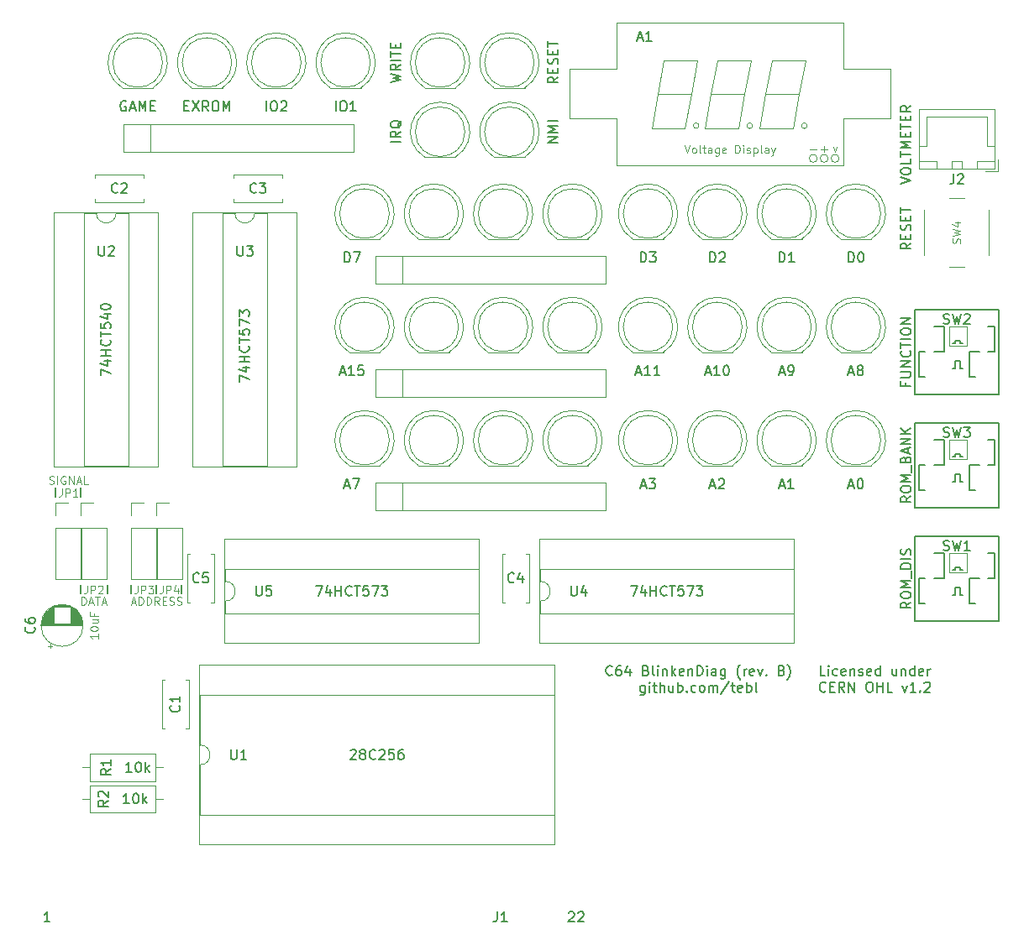
<source format=gto>
%TF.GenerationSoftware,KiCad,Pcbnew,(5.1.8)-1*%
%TF.CreationDate,2021-03-17T17:48:34+01:00*%
%TF.ProjectId,C64 BlinkenDiag,43363420-426c-4696-9e6b-656e44696167,rev?*%
%TF.SameCoordinates,Original*%
%TF.FileFunction,Legend,Top*%
%TF.FilePolarity,Positive*%
%FSLAX46Y46*%
G04 Gerber Fmt 4.6, Leading zero omitted, Abs format (unit mm)*
G04 Created by KiCad (PCBNEW (5.1.8)-1) date 2021-03-17 17:48:34*
%MOMM*%
%LPD*%
G01*
G04 APERTURE LIST*
%ADD10C,0.150000*%
%ADD11C,0.100000*%
%ADD12C,0.120000*%
G04 APERTURE END LIST*
D10*
X136144000Y-78359000D02*
X136144000Y-77470000D01*
X133604000Y-78359000D02*
X133604000Y-77470000D01*
X131064000Y-78359000D02*
X131064000Y-77470000D01*
X128651000Y-78359000D02*
X128651000Y-77470000D01*
X125984000Y-78359000D02*
X125984000Y-77470000D01*
X125984000Y-68580000D02*
X125984000Y-67691000D01*
X123444000Y-67691000D02*
X123444000Y-68580000D01*
D11*
X122809238Y-67252809D02*
X122923523Y-67290904D01*
X123114000Y-67290904D01*
X123190190Y-67252809D01*
X123228285Y-67214714D01*
X123266380Y-67138523D01*
X123266380Y-67062333D01*
X123228285Y-66986142D01*
X123190190Y-66948047D01*
X123114000Y-66909952D01*
X122961619Y-66871857D01*
X122885428Y-66833761D01*
X122847333Y-66795666D01*
X122809238Y-66719476D01*
X122809238Y-66643285D01*
X122847333Y-66567095D01*
X122885428Y-66529000D01*
X122961619Y-66490904D01*
X123152095Y-66490904D01*
X123266380Y-66529000D01*
X123609238Y-67290904D02*
X123609238Y-66490904D01*
X124409238Y-66529000D02*
X124333047Y-66490904D01*
X124218761Y-66490904D01*
X124104476Y-66529000D01*
X124028285Y-66605190D01*
X123990190Y-66681380D01*
X123952095Y-66833761D01*
X123952095Y-66948047D01*
X123990190Y-67100428D01*
X124028285Y-67176619D01*
X124104476Y-67252809D01*
X124218761Y-67290904D01*
X124294952Y-67290904D01*
X124409238Y-67252809D01*
X124447333Y-67214714D01*
X124447333Y-66948047D01*
X124294952Y-66948047D01*
X124790190Y-67290904D02*
X124790190Y-66490904D01*
X125247333Y-67290904D01*
X125247333Y-66490904D01*
X125590190Y-67062333D02*
X125971142Y-67062333D01*
X125514000Y-67290904D02*
X125780666Y-66490904D01*
X126047333Y-67290904D01*
X126694952Y-67290904D02*
X126314000Y-67290904D01*
X126314000Y-66490904D01*
X131089714Y-79254333D02*
X131470666Y-79254333D01*
X131013523Y-79482904D02*
X131280190Y-78682904D01*
X131546857Y-79482904D01*
X131813523Y-79482904D02*
X131813523Y-78682904D01*
X132004000Y-78682904D01*
X132118285Y-78721000D01*
X132194476Y-78797190D01*
X132232571Y-78873380D01*
X132270666Y-79025761D01*
X132270666Y-79140047D01*
X132232571Y-79292428D01*
X132194476Y-79368619D01*
X132118285Y-79444809D01*
X132004000Y-79482904D01*
X131813523Y-79482904D01*
X132613523Y-79482904D02*
X132613523Y-78682904D01*
X132804000Y-78682904D01*
X132918285Y-78721000D01*
X132994476Y-78797190D01*
X133032571Y-78873380D01*
X133070666Y-79025761D01*
X133070666Y-79140047D01*
X133032571Y-79292428D01*
X132994476Y-79368619D01*
X132918285Y-79444809D01*
X132804000Y-79482904D01*
X132613523Y-79482904D01*
X133870666Y-79482904D02*
X133604000Y-79101952D01*
X133413523Y-79482904D02*
X133413523Y-78682904D01*
X133718285Y-78682904D01*
X133794476Y-78721000D01*
X133832571Y-78759095D01*
X133870666Y-78835285D01*
X133870666Y-78949571D01*
X133832571Y-79025761D01*
X133794476Y-79063857D01*
X133718285Y-79101952D01*
X133413523Y-79101952D01*
X134213523Y-79063857D02*
X134480190Y-79063857D01*
X134594476Y-79482904D02*
X134213523Y-79482904D01*
X134213523Y-78682904D01*
X134594476Y-78682904D01*
X134899238Y-79444809D02*
X135013523Y-79482904D01*
X135204000Y-79482904D01*
X135280190Y-79444809D01*
X135318285Y-79406714D01*
X135356380Y-79330523D01*
X135356380Y-79254333D01*
X135318285Y-79178142D01*
X135280190Y-79140047D01*
X135204000Y-79101952D01*
X135051619Y-79063857D01*
X134975428Y-79025761D01*
X134937333Y-78987666D01*
X134899238Y-78911476D01*
X134899238Y-78835285D01*
X134937333Y-78759095D01*
X134975428Y-78721000D01*
X135051619Y-78682904D01*
X135242095Y-78682904D01*
X135356380Y-78721000D01*
X135661142Y-79444809D02*
X135775428Y-79482904D01*
X135965904Y-79482904D01*
X136042095Y-79444809D01*
X136080190Y-79406714D01*
X136118285Y-79330523D01*
X136118285Y-79254333D01*
X136080190Y-79178142D01*
X136042095Y-79140047D01*
X135965904Y-79101952D01*
X135813523Y-79063857D01*
X135737333Y-79025761D01*
X135699238Y-78987666D01*
X135661142Y-78911476D01*
X135661142Y-78835285D01*
X135699238Y-78759095D01*
X135737333Y-78721000D01*
X135813523Y-78682904D01*
X136004000Y-78682904D01*
X136118285Y-78721000D01*
X126054000Y-79482904D02*
X126054000Y-78682904D01*
X126244476Y-78682904D01*
X126358761Y-78721000D01*
X126434952Y-78797190D01*
X126473047Y-78873380D01*
X126511142Y-79025761D01*
X126511142Y-79140047D01*
X126473047Y-79292428D01*
X126434952Y-79368619D01*
X126358761Y-79444809D01*
X126244476Y-79482904D01*
X126054000Y-79482904D01*
X126815904Y-79254333D02*
X127196857Y-79254333D01*
X126739714Y-79482904D02*
X127006380Y-78682904D01*
X127273047Y-79482904D01*
X127425428Y-78682904D02*
X127882571Y-78682904D01*
X127654000Y-79482904D02*
X127654000Y-78682904D01*
X128111142Y-79254333D02*
X128492095Y-79254333D01*
X128034952Y-79482904D02*
X128301619Y-78682904D01*
X128568285Y-79482904D01*
D10*
X179523523Y-86527142D02*
X179475904Y-86574761D01*
X179333047Y-86622380D01*
X179237809Y-86622380D01*
X179094952Y-86574761D01*
X178999714Y-86479523D01*
X178952095Y-86384285D01*
X178904476Y-86193809D01*
X178904476Y-86050952D01*
X178952095Y-85860476D01*
X178999714Y-85765238D01*
X179094952Y-85670000D01*
X179237809Y-85622380D01*
X179333047Y-85622380D01*
X179475904Y-85670000D01*
X179523523Y-85717619D01*
X180380666Y-85622380D02*
X180190190Y-85622380D01*
X180094952Y-85670000D01*
X180047333Y-85717619D01*
X179952095Y-85860476D01*
X179904476Y-86050952D01*
X179904476Y-86431904D01*
X179952095Y-86527142D01*
X179999714Y-86574761D01*
X180094952Y-86622380D01*
X180285428Y-86622380D01*
X180380666Y-86574761D01*
X180428285Y-86527142D01*
X180475904Y-86431904D01*
X180475904Y-86193809D01*
X180428285Y-86098571D01*
X180380666Y-86050952D01*
X180285428Y-86003333D01*
X180094952Y-86003333D01*
X179999714Y-86050952D01*
X179952095Y-86098571D01*
X179904476Y-86193809D01*
X181333047Y-85955714D02*
X181333047Y-86622380D01*
X181094952Y-85574761D02*
X180856857Y-86289047D01*
X181475904Y-86289047D01*
X182952095Y-86098571D02*
X183094952Y-86146190D01*
X183142571Y-86193809D01*
X183190190Y-86289047D01*
X183190190Y-86431904D01*
X183142571Y-86527142D01*
X183094952Y-86574761D01*
X182999714Y-86622380D01*
X182618761Y-86622380D01*
X182618761Y-85622380D01*
X182952095Y-85622380D01*
X183047333Y-85670000D01*
X183094952Y-85717619D01*
X183142571Y-85812857D01*
X183142571Y-85908095D01*
X183094952Y-86003333D01*
X183047333Y-86050952D01*
X182952095Y-86098571D01*
X182618761Y-86098571D01*
X183761619Y-86622380D02*
X183666380Y-86574761D01*
X183618761Y-86479523D01*
X183618761Y-85622380D01*
X184142571Y-86622380D02*
X184142571Y-85955714D01*
X184142571Y-85622380D02*
X184094952Y-85670000D01*
X184142571Y-85717619D01*
X184190190Y-85670000D01*
X184142571Y-85622380D01*
X184142571Y-85717619D01*
X184618761Y-85955714D02*
X184618761Y-86622380D01*
X184618761Y-86050952D02*
X184666380Y-86003333D01*
X184761619Y-85955714D01*
X184904476Y-85955714D01*
X184999714Y-86003333D01*
X185047333Y-86098571D01*
X185047333Y-86622380D01*
X185523523Y-86622380D02*
X185523523Y-85622380D01*
X185618761Y-86241428D02*
X185904476Y-86622380D01*
X185904476Y-85955714D02*
X185523523Y-86336666D01*
X186714000Y-86574761D02*
X186618761Y-86622380D01*
X186428285Y-86622380D01*
X186333047Y-86574761D01*
X186285428Y-86479523D01*
X186285428Y-86098571D01*
X186333047Y-86003333D01*
X186428285Y-85955714D01*
X186618761Y-85955714D01*
X186714000Y-86003333D01*
X186761619Y-86098571D01*
X186761619Y-86193809D01*
X186285428Y-86289047D01*
X187190190Y-85955714D02*
X187190190Y-86622380D01*
X187190190Y-86050952D02*
X187237809Y-86003333D01*
X187333047Y-85955714D01*
X187475904Y-85955714D01*
X187571142Y-86003333D01*
X187618761Y-86098571D01*
X187618761Y-86622380D01*
X188094952Y-86622380D02*
X188094952Y-85622380D01*
X188333047Y-85622380D01*
X188475904Y-85670000D01*
X188571142Y-85765238D01*
X188618761Y-85860476D01*
X188666380Y-86050952D01*
X188666380Y-86193809D01*
X188618761Y-86384285D01*
X188571142Y-86479523D01*
X188475904Y-86574761D01*
X188333047Y-86622380D01*
X188094952Y-86622380D01*
X189094952Y-86622380D02*
X189094952Y-85955714D01*
X189094952Y-85622380D02*
X189047333Y-85670000D01*
X189094952Y-85717619D01*
X189142571Y-85670000D01*
X189094952Y-85622380D01*
X189094952Y-85717619D01*
X189999714Y-86622380D02*
X189999714Y-86098571D01*
X189952095Y-86003333D01*
X189856857Y-85955714D01*
X189666380Y-85955714D01*
X189571142Y-86003333D01*
X189999714Y-86574761D02*
X189904476Y-86622380D01*
X189666380Y-86622380D01*
X189571142Y-86574761D01*
X189523523Y-86479523D01*
X189523523Y-86384285D01*
X189571142Y-86289047D01*
X189666380Y-86241428D01*
X189904476Y-86241428D01*
X189999714Y-86193809D01*
X190904476Y-85955714D02*
X190904476Y-86765238D01*
X190856857Y-86860476D01*
X190809238Y-86908095D01*
X190714000Y-86955714D01*
X190571142Y-86955714D01*
X190475904Y-86908095D01*
X190904476Y-86574761D02*
X190809238Y-86622380D01*
X190618761Y-86622380D01*
X190523523Y-86574761D01*
X190475904Y-86527142D01*
X190428285Y-86431904D01*
X190428285Y-86146190D01*
X190475904Y-86050952D01*
X190523523Y-86003333D01*
X190618761Y-85955714D01*
X190809238Y-85955714D01*
X190904476Y-86003333D01*
X192428285Y-87003333D02*
X192380666Y-86955714D01*
X192285428Y-86812857D01*
X192237809Y-86717619D01*
X192190190Y-86574761D01*
X192142571Y-86336666D01*
X192142571Y-86146190D01*
X192190190Y-85908095D01*
X192237809Y-85765238D01*
X192285428Y-85670000D01*
X192380666Y-85527142D01*
X192428285Y-85479523D01*
X192809238Y-86622380D02*
X192809238Y-85955714D01*
X192809238Y-86146190D02*
X192856857Y-86050952D01*
X192904476Y-86003333D01*
X192999714Y-85955714D01*
X193094952Y-85955714D01*
X193809238Y-86574761D02*
X193714000Y-86622380D01*
X193523523Y-86622380D01*
X193428285Y-86574761D01*
X193380666Y-86479523D01*
X193380666Y-86098571D01*
X193428285Y-86003333D01*
X193523523Y-85955714D01*
X193714000Y-85955714D01*
X193809238Y-86003333D01*
X193856857Y-86098571D01*
X193856857Y-86193809D01*
X193380666Y-86289047D01*
X194190190Y-85955714D02*
X194428285Y-86622380D01*
X194666380Y-85955714D01*
X195047333Y-86527142D02*
X195094952Y-86574761D01*
X195047333Y-86622380D01*
X194999714Y-86574761D01*
X195047333Y-86527142D01*
X195047333Y-86622380D01*
X196618761Y-86098571D02*
X196761619Y-86146190D01*
X196809238Y-86193809D01*
X196856857Y-86289047D01*
X196856857Y-86431904D01*
X196809238Y-86527142D01*
X196761619Y-86574761D01*
X196666380Y-86622380D01*
X196285428Y-86622380D01*
X196285428Y-85622380D01*
X196618761Y-85622380D01*
X196714000Y-85670000D01*
X196761619Y-85717619D01*
X196809238Y-85812857D01*
X196809238Y-85908095D01*
X196761619Y-86003333D01*
X196714000Y-86050952D01*
X196618761Y-86098571D01*
X196285428Y-86098571D01*
X197190190Y-87003333D02*
X197237809Y-86955714D01*
X197333047Y-86812857D01*
X197380666Y-86717619D01*
X197428285Y-86574761D01*
X197475904Y-86336666D01*
X197475904Y-86146190D01*
X197428285Y-85908095D01*
X197380666Y-85765238D01*
X197333047Y-85670000D01*
X197237809Y-85527142D01*
X197190190Y-85479523D01*
X182809238Y-87605714D02*
X182809238Y-88415238D01*
X182761619Y-88510476D01*
X182714000Y-88558095D01*
X182618761Y-88605714D01*
X182475904Y-88605714D01*
X182380666Y-88558095D01*
X182809238Y-88224761D02*
X182714000Y-88272380D01*
X182523523Y-88272380D01*
X182428285Y-88224761D01*
X182380666Y-88177142D01*
X182333047Y-88081904D01*
X182333047Y-87796190D01*
X182380666Y-87700952D01*
X182428285Y-87653333D01*
X182523523Y-87605714D01*
X182714000Y-87605714D01*
X182809238Y-87653333D01*
X183285428Y-88272380D02*
X183285428Y-87605714D01*
X183285428Y-87272380D02*
X183237809Y-87320000D01*
X183285428Y-87367619D01*
X183333047Y-87320000D01*
X183285428Y-87272380D01*
X183285428Y-87367619D01*
X183618761Y-87605714D02*
X183999714Y-87605714D01*
X183761619Y-87272380D02*
X183761619Y-88129523D01*
X183809238Y-88224761D01*
X183904476Y-88272380D01*
X183999714Y-88272380D01*
X184333047Y-88272380D02*
X184333047Y-87272380D01*
X184761619Y-88272380D02*
X184761619Y-87748571D01*
X184714000Y-87653333D01*
X184618761Y-87605714D01*
X184475904Y-87605714D01*
X184380666Y-87653333D01*
X184333047Y-87700952D01*
X185666380Y-87605714D02*
X185666380Y-88272380D01*
X185237809Y-87605714D02*
X185237809Y-88129523D01*
X185285428Y-88224761D01*
X185380666Y-88272380D01*
X185523523Y-88272380D01*
X185618761Y-88224761D01*
X185666380Y-88177142D01*
X186142571Y-88272380D02*
X186142571Y-87272380D01*
X186142571Y-87653333D02*
X186237809Y-87605714D01*
X186428285Y-87605714D01*
X186523523Y-87653333D01*
X186571142Y-87700952D01*
X186618761Y-87796190D01*
X186618761Y-88081904D01*
X186571142Y-88177142D01*
X186523523Y-88224761D01*
X186428285Y-88272380D01*
X186237809Y-88272380D01*
X186142571Y-88224761D01*
X187047333Y-88177142D02*
X187094952Y-88224761D01*
X187047333Y-88272380D01*
X186999714Y-88224761D01*
X187047333Y-88177142D01*
X187047333Y-88272380D01*
X187952095Y-88224761D02*
X187856857Y-88272380D01*
X187666380Y-88272380D01*
X187571142Y-88224761D01*
X187523523Y-88177142D01*
X187475904Y-88081904D01*
X187475904Y-87796190D01*
X187523523Y-87700952D01*
X187571142Y-87653333D01*
X187666380Y-87605714D01*
X187856857Y-87605714D01*
X187952095Y-87653333D01*
X188523523Y-88272380D02*
X188428285Y-88224761D01*
X188380666Y-88177142D01*
X188333047Y-88081904D01*
X188333047Y-87796190D01*
X188380666Y-87700952D01*
X188428285Y-87653333D01*
X188523523Y-87605714D01*
X188666380Y-87605714D01*
X188761619Y-87653333D01*
X188809238Y-87700952D01*
X188856857Y-87796190D01*
X188856857Y-88081904D01*
X188809238Y-88177142D01*
X188761619Y-88224761D01*
X188666380Y-88272380D01*
X188523523Y-88272380D01*
X189285428Y-88272380D02*
X189285428Y-87605714D01*
X189285428Y-87700952D02*
X189333047Y-87653333D01*
X189428285Y-87605714D01*
X189571142Y-87605714D01*
X189666380Y-87653333D01*
X189714000Y-87748571D01*
X189714000Y-88272380D01*
X189714000Y-87748571D02*
X189761619Y-87653333D01*
X189856857Y-87605714D01*
X189999714Y-87605714D01*
X190094952Y-87653333D01*
X190142571Y-87748571D01*
X190142571Y-88272380D01*
X191333047Y-87224761D02*
X190475904Y-88510476D01*
X191523523Y-87605714D02*
X191904476Y-87605714D01*
X191666380Y-87272380D02*
X191666380Y-88129523D01*
X191714000Y-88224761D01*
X191809238Y-88272380D01*
X191904476Y-88272380D01*
X192618761Y-88224761D02*
X192523523Y-88272380D01*
X192333047Y-88272380D01*
X192237809Y-88224761D01*
X192190190Y-88129523D01*
X192190190Y-87748571D01*
X192237809Y-87653333D01*
X192333047Y-87605714D01*
X192523523Y-87605714D01*
X192618761Y-87653333D01*
X192666380Y-87748571D01*
X192666380Y-87843809D01*
X192190190Y-87939047D01*
X193094952Y-88272380D02*
X193094952Y-87272380D01*
X193094952Y-87653333D02*
X193190190Y-87605714D01*
X193380666Y-87605714D01*
X193475904Y-87653333D01*
X193523523Y-87700952D01*
X193571142Y-87796190D01*
X193571142Y-88081904D01*
X193523523Y-88177142D01*
X193475904Y-88224761D01*
X193380666Y-88272380D01*
X193190190Y-88272380D01*
X193094952Y-88224761D01*
X194142571Y-88272380D02*
X194047333Y-88224761D01*
X193999714Y-88129523D01*
X193999714Y-87272380D01*
X200994000Y-86622380D02*
X200517809Y-86622380D01*
X200517809Y-85622380D01*
X201327333Y-86622380D02*
X201327333Y-85955714D01*
X201327333Y-85622380D02*
X201279714Y-85670000D01*
X201327333Y-85717619D01*
X201374952Y-85670000D01*
X201327333Y-85622380D01*
X201327333Y-85717619D01*
X202232095Y-86574761D02*
X202136857Y-86622380D01*
X201946380Y-86622380D01*
X201851142Y-86574761D01*
X201803523Y-86527142D01*
X201755904Y-86431904D01*
X201755904Y-86146190D01*
X201803523Y-86050952D01*
X201851142Y-86003333D01*
X201946380Y-85955714D01*
X202136857Y-85955714D01*
X202232095Y-86003333D01*
X203041619Y-86574761D02*
X202946380Y-86622380D01*
X202755904Y-86622380D01*
X202660666Y-86574761D01*
X202613047Y-86479523D01*
X202613047Y-86098571D01*
X202660666Y-86003333D01*
X202755904Y-85955714D01*
X202946380Y-85955714D01*
X203041619Y-86003333D01*
X203089238Y-86098571D01*
X203089238Y-86193809D01*
X202613047Y-86289047D01*
X203517809Y-85955714D02*
X203517809Y-86622380D01*
X203517809Y-86050952D02*
X203565428Y-86003333D01*
X203660666Y-85955714D01*
X203803523Y-85955714D01*
X203898761Y-86003333D01*
X203946380Y-86098571D01*
X203946380Y-86622380D01*
X204374952Y-86574761D02*
X204470190Y-86622380D01*
X204660666Y-86622380D01*
X204755904Y-86574761D01*
X204803523Y-86479523D01*
X204803523Y-86431904D01*
X204755904Y-86336666D01*
X204660666Y-86289047D01*
X204517809Y-86289047D01*
X204422571Y-86241428D01*
X204374952Y-86146190D01*
X204374952Y-86098571D01*
X204422571Y-86003333D01*
X204517809Y-85955714D01*
X204660666Y-85955714D01*
X204755904Y-86003333D01*
X205613047Y-86574761D02*
X205517809Y-86622380D01*
X205327333Y-86622380D01*
X205232095Y-86574761D01*
X205184476Y-86479523D01*
X205184476Y-86098571D01*
X205232095Y-86003333D01*
X205327333Y-85955714D01*
X205517809Y-85955714D01*
X205613047Y-86003333D01*
X205660666Y-86098571D01*
X205660666Y-86193809D01*
X205184476Y-86289047D01*
X206517809Y-86622380D02*
X206517809Y-85622380D01*
X206517809Y-86574761D02*
X206422571Y-86622380D01*
X206232095Y-86622380D01*
X206136857Y-86574761D01*
X206089238Y-86527142D01*
X206041619Y-86431904D01*
X206041619Y-86146190D01*
X206089238Y-86050952D01*
X206136857Y-86003333D01*
X206232095Y-85955714D01*
X206422571Y-85955714D01*
X206517809Y-86003333D01*
X208184476Y-85955714D02*
X208184476Y-86622380D01*
X207755904Y-85955714D02*
X207755904Y-86479523D01*
X207803523Y-86574761D01*
X207898761Y-86622380D01*
X208041619Y-86622380D01*
X208136857Y-86574761D01*
X208184476Y-86527142D01*
X208660666Y-85955714D02*
X208660666Y-86622380D01*
X208660666Y-86050952D02*
X208708285Y-86003333D01*
X208803523Y-85955714D01*
X208946380Y-85955714D01*
X209041619Y-86003333D01*
X209089238Y-86098571D01*
X209089238Y-86622380D01*
X209994000Y-86622380D02*
X209994000Y-85622380D01*
X209994000Y-86574761D02*
X209898761Y-86622380D01*
X209708285Y-86622380D01*
X209613047Y-86574761D01*
X209565428Y-86527142D01*
X209517809Y-86431904D01*
X209517809Y-86146190D01*
X209565428Y-86050952D01*
X209613047Y-86003333D01*
X209708285Y-85955714D01*
X209898761Y-85955714D01*
X209994000Y-86003333D01*
X210851142Y-86574761D02*
X210755904Y-86622380D01*
X210565428Y-86622380D01*
X210470190Y-86574761D01*
X210422571Y-86479523D01*
X210422571Y-86098571D01*
X210470190Y-86003333D01*
X210565428Y-85955714D01*
X210755904Y-85955714D01*
X210851142Y-86003333D01*
X210898761Y-86098571D01*
X210898761Y-86193809D01*
X210422571Y-86289047D01*
X211327333Y-86622380D02*
X211327333Y-85955714D01*
X211327333Y-86146190D02*
X211374952Y-86050952D01*
X211422571Y-86003333D01*
X211517809Y-85955714D01*
X211613047Y-85955714D01*
X201041619Y-88177142D02*
X200994000Y-88224761D01*
X200851142Y-88272380D01*
X200755904Y-88272380D01*
X200613047Y-88224761D01*
X200517809Y-88129523D01*
X200470190Y-88034285D01*
X200422571Y-87843809D01*
X200422571Y-87700952D01*
X200470190Y-87510476D01*
X200517809Y-87415238D01*
X200613047Y-87320000D01*
X200755904Y-87272380D01*
X200851142Y-87272380D01*
X200994000Y-87320000D01*
X201041619Y-87367619D01*
X201470190Y-87748571D02*
X201803523Y-87748571D01*
X201946380Y-88272380D02*
X201470190Y-88272380D01*
X201470190Y-87272380D01*
X201946380Y-87272380D01*
X202946380Y-88272380D02*
X202613047Y-87796190D01*
X202374952Y-88272380D02*
X202374952Y-87272380D01*
X202755904Y-87272380D01*
X202851142Y-87320000D01*
X202898761Y-87367619D01*
X202946380Y-87462857D01*
X202946380Y-87605714D01*
X202898761Y-87700952D01*
X202851142Y-87748571D01*
X202755904Y-87796190D01*
X202374952Y-87796190D01*
X203374952Y-88272380D02*
X203374952Y-87272380D01*
X203946380Y-88272380D01*
X203946380Y-87272380D01*
X205374952Y-87272380D02*
X205565428Y-87272380D01*
X205660666Y-87320000D01*
X205755904Y-87415238D01*
X205803523Y-87605714D01*
X205803523Y-87939047D01*
X205755904Y-88129523D01*
X205660666Y-88224761D01*
X205565428Y-88272380D01*
X205374952Y-88272380D01*
X205279714Y-88224761D01*
X205184476Y-88129523D01*
X205136857Y-87939047D01*
X205136857Y-87605714D01*
X205184476Y-87415238D01*
X205279714Y-87320000D01*
X205374952Y-87272380D01*
X206232095Y-88272380D02*
X206232095Y-87272380D01*
X206232095Y-87748571D02*
X206803523Y-87748571D01*
X206803523Y-88272380D02*
X206803523Y-87272380D01*
X207755904Y-88272380D02*
X207279714Y-88272380D01*
X207279714Y-87272380D01*
X208755904Y-87605714D02*
X208994000Y-88272380D01*
X209232095Y-87605714D01*
X210136857Y-88272380D02*
X209565428Y-88272380D01*
X209851142Y-88272380D02*
X209851142Y-87272380D01*
X209755904Y-87415238D01*
X209660666Y-87510476D01*
X209565428Y-87558095D01*
X210565428Y-88177142D02*
X210613047Y-88224761D01*
X210565428Y-88272380D01*
X210517809Y-88224761D01*
X210565428Y-88177142D01*
X210565428Y-88272380D01*
X210993999Y-87367619D02*
X211041619Y-87320000D01*
X211136857Y-87272380D01*
X211374952Y-87272380D01*
X211470190Y-87320000D01*
X211517809Y-87367619D01*
X211565428Y-87462857D01*
X211565428Y-87558095D01*
X211517809Y-87700952D01*
X210946380Y-88272380D01*
X211565428Y-88272380D01*
%TO.C,SW2*%
X209999000Y-58225000D02*
X218499000Y-58225000D01*
X209999000Y-49725000D02*
X209999000Y-58225000D01*
X218499000Y-49725000D02*
X218499000Y-58225000D01*
X209999000Y-49725000D02*
X218499000Y-49725000D01*
X215519000Y-56515000D02*
X216154000Y-56515000D01*
X210439000Y-56515000D02*
X211074000Y-56515000D01*
X210439000Y-53975000D02*
X210439000Y-56515000D01*
X211074000Y-53975000D02*
X210439000Y-53975000D01*
X218059000Y-53975000D02*
X217424000Y-53975000D01*
X218059000Y-51435000D02*
X218059000Y-53975000D01*
X217424000Y-51435000D02*
X218059000Y-51435000D01*
X211963000Y-53975000D02*
X212979000Y-53975000D01*
X212979000Y-53975000D02*
X212979000Y-51435000D01*
X216535000Y-53975000D02*
X215519000Y-53975000D01*
X215519000Y-53975000D02*
X215519000Y-56515000D01*
X212979000Y-51435000D02*
X211963000Y-51435000D01*
X214630000Y-55626000D02*
X214884000Y-55626000D01*
X214630000Y-54864000D02*
X214630000Y-55626000D01*
X214122000Y-54864000D02*
X214630000Y-54864000D01*
X214122000Y-55626000D02*
X214122000Y-54864000D01*
X213868000Y-55626000D02*
X214122000Y-55626000D01*
X214630000Y-53086000D02*
X214884000Y-53086000D01*
X214630000Y-52832000D02*
X214630000Y-53086000D01*
X214122000Y-52832000D02*
X214630000Y-52832000D01*
X214122000Y-53086000D02*
X214122000Y-52832000D01*
X213868000Y-53086000D02*
X214122000Y-53086000D01*
D12*
X213487000Y-53340000D02*
X213487000Y-51435000D01*
X213487000Y-51435000D02*
X215265000Y-51435000D01*
X215265000Y-51435000D02*
X215265000Y-53340000D01*
X215265000Y-53340000D02*
X213487000Y-53340000D01*
D10*
%TO.C,SW1*%
X209999000Y-81085000D02*
X218499000Y-81085000D01*
X209999000Y-72585000D02*
X209999000Y-81085000D01*
X218499000Y-72585000D02*
X218499000Y-81085000D01*
X209999000Y-72585000D02*
X218499000Y-72585000D01*
X215519000Y-79375000D02*
X216154000Y-79375000D01*
X210439000Y-79375000D02*
X211074000Y-79375000D01*
X210439000Y-76835000D02*
X210439000Y-79375000D01*
X211074000Y-76835000D02*
X210439000Y-76835000D01*
X218059000Y-76835000D02*
X217424000Y-76835000D01*
X218059000Y-74295000D02*
X218059000Y-76835000D01*
X217424000Y-74295000D02*
X218059000Y-74295000D01*
X211963000Y-76835000D02*
X212979000Y-76835000D01*
X212979000Y-76835000D02*
X212979000Y-74295000D01*
X216535000Y-76835000D02*
X215519000Y-76835000D01*
X215519000Y-76835000D02*
X215519000Y-79375000D01*
X212979000Y-74295000D02*
X211963000Y-74295000D01*
X214630000Y-78486000D02*
X214884000Y-78486000D01*
X214630000Y-77724000D02*
X214630000Y-78486000D01*
X214122000Y-77724000D02*
X214630000Y-77724000D01*
X214122000Y-78486000D02*
X214122000Y-77724000D01*
X213868000Y-78486000D02*
X214122000Y-78486000D01*
X214630000Y-75946000D02*
X214884000Y-75946000D01*
X214630000Y-75692000D02*
X214630000Y-75946000D01*
X214122000Y-75692000D02*
X214630000Y-75692000D01*
X214122000Y-75946000D02*
X214122000Y-75692000D01*
X213868000Y-75946000D02*
X214122000Y-75946000D01*
D12*
X213487000Y-76200000D02*
X213487000Y-74295000D01*
X213487000Y-74295000D02*
X215265000Y-74295000D01*
X215265000Y-74295000D02*
X215265000Y-76200000D01*
X215265000Y-76200000D02*
X213487000Y-76200000D01*
D10*
%TO.C,SW3*%
X209999000Y-69655000D02*
X218499000Y-69655000D01*
X209999000Y-61155000D02*
X209999000Y-69655000D01*
X218499000Y-61155000D02*
X218499000Y-69655000D01*
X209999000Y-61155000D02*
X218499000Y-61155000D01*
X215519000Y-67945000D02*
X216154000Y-67945000D01*
X210439000Y-67945000D02*
X211074000Y-67945000D01*
X210439000Y-65405000D02*
X210439000Y-67945000D01*
X211074000Y-65405000D02*
X210439000Y-65405000D01*
X218059000Y-65405000D02*
X217424000Y-65405000D01*
X218059000Y-62865000D02*
X218059000Y-65405000D01*
X217424000Y-62865000D02*
X218059000Y-62865000D01*
X211963000Y-65405000D02*
X212979000Y-65405000D01*
X212979000Y-65405000D02*
X212979000Y-62865000D01*
X216535000Y-65405000D02*
X215519000Y-65405000D01*
X215519000Y-65405000D02*
X215519000Y-67945000D01*
X212979000Y-62865000D02*
X211963000Y-62865000D01*
X214630000Y-67056000D02*
X214884000Y-67056000D01*
X214630000Y-66294000D02*
X214630000Y-67056000D01*
X214122000Y-66294000D02*
X214630000Y-66294000D01*
X214122000Y-67056000D02*
X214122000Y-66294000D01*
X213868000Y-67056000D02*
X214122000Y-67056000D01*
X214630000Y-64516000D02*
X214884000Y-64516000D01*
X214630000Y-64262000D02*
X214630000Y-64516000D01*
X214122000Y-64262000D02*
X214630000Y-64262000D01*
X214122000Y-64516000D02*
X214122000Y-64262000D01*
X213868000Y-64516000D02*
X214122000Y-64516000D01*
D12*
X213487000Y-64770000D02*
X213487000Y-62865000D01*
X213487000Y-62865000D02*
X215265000Y-62865000D01*
X215265000Y-62865000D02*
X215265000Y-64770000D01*
X215265000Y-64770000D02*
X213487000Y-64770000D01*
%TO.C,JP1*%
X123384000Y-76895000D02*
X126044000Y-76895000D01*
X123384000Y-71755000D02*
X123384000Y-76895000D01*
X126044000Y-71755000D02*
X126044000Y-76895000D01*
X123384000Y-71755000D02*
X126044000Y-71755000D01*
X123384000Y-70485000D02*
X123384000Y-69155000D01*
X123384000Y-69155000D02*
X124714000Y-69155000D01*
%TO.C,RN2*%
X132969000Y-30985000D02*
X132969000Y-33785000D01*
X153459000Y-30985000D02*
X130259000Y-30985000D01*
X153459000Y-33785000D02*
X153459000Y-30985000D01*
X130259000Y-33785000D02*
X153459000Y-33785000D01*
X130259000Y-30985000D02*
X130259000Y-33785000D01*
%TO.C,U2*%
X127524000Y-39945000D02*
X126274000Y-39945000D01*
X126274000Y-39945000D02*
X126274000Y-65465000D01*
X126274000Y-65465000D02*
X130774000Y-65465000D01*
X130774000Y-65465000D02*
X130774000Y-39945000D01*
X130774000Y-39945000D02*
X129524000Y-39945000D01*
X123274000Y-39885000D02*
X123274000Y-65525000D01*
X123274000Y-65525000D02*
X133774000Y-65525000D01*
X133774000Y-65525000D02*
X133774000Y-39885000D01*
X133774000Y-39885000D02*
X123274000Y-39885000D01*
X129524000Y-39945000D02*
G75*
G02*
X127524000Y-39945000I-1000000J0D01*
G01*
%TO.C,C2*%
X132304000Y-38835000D02*
X127364000Y-38835000D01*
X132304000Y-36095000D02*
X127364000Y-36095000D01*
X132304000Y-38835000D02*
X132304000Y-38520000D01*
X132304000Y-36410000D02*
X132304000Y-36095000D01*
X127364000Y-38835000D02*
X127364000Y-38520000D01*
X127364000Y-36410000D02*
X127364000Y-36095000D01*
%TO.C,SW4*%
X217499000Y-44160000D02*
X217499000Y-39660000D01*
X213499000Y-45410000D02*
X214999000Y-45410000D01*
X210999000Y-39660000D02*
X210999000Y-44160000D01*
X214999000Y-38410000D02*
X213499000Y-38410000D01*
%TO.C,U1*%
X137929000Y-85555000D02*
X137929000Y-103675000D01*
X173729000Y-85555000D02*
X137929000Y-85555000D01*
X173729000Y-103675000D02*
X173729000Y-85555000D01*
X137929000Y-103675000D02*
X173729000Y-103675000D01*
X137989000Y-88555000D02*
X137989000Y-93615000D01*
X173669000Y-88555000D02*
X137989000Y-88555000D01*
X173669000Y-100675000D02*
X173669000Y-88555000D01*
X137989000Y-100675000D02*
X173669000Y-100675000D01*
X137989000Y-95615000D02*
X137989000Y-100675000D01*
X137989000Y-93615000D02*
G75*
G02*
X137989000Y-95615000I0J-1000000D01*
G01*
%TO.C,R1*%
X134215000Y-95885000D02*
X133445000Y-95885000D01*
X126135000Y-95885000D02*
X126905000Y-95885000D01*
X133445000Y-94515000D02*
X126905000Y-94515000D01*
X133445000Y-97255000D02*
X133445000Y-94515000D01*
X126905000Y-97255000D02*
X133445000Y-97255000D01*
X126905000Y-94515000D02*
X126905000Y-97255000D01*
%TO.C,R2*%
X126905000Y-97690000D02*
X126905000Y-100430000D01*
X126905000Y-100430000D02*
X133445000Y-100430000D01*
X133445000Y-100430000D02*
X133445000Y-97690000D01*
X133445000Y-97690000D02*
X126905000Y-97690000D01*
X126135000Y-99060000D02*
X126905000Y-99060000D01*
X134215000Y-99060000D02*
X133445000Y-99060000D01*
%TO.C,A1*%
X179989000Y-20740000D02*
X202789000Y-20740000D01*
X207589000Y-25440000D02*
X207589000Y-30440000D01*
X202789000Y-25440000D02*
X202789000Y-20740000D01*
X175189000Y-30440000D02*
X175189000Y-25440000D01*
X202789000Y-35140000D02*
X179989000Y-35140000D01*
X179989000Y-30440000D02*
X179989000Y-35140000D01*
X179989000Y-25440000D02*
X179989000Y-20740000D01*
X202789000Y-30440000D02*
X202789000Y-35140000D01*
X207589000Y-30440000D02*
X202789000Y-30440000D01*
X202789000Y-25440000D02*
X207589000Y-25440000D01*
X179989000Y-25440000D02*
X175189000Y-25440000D01*
X175189000Y-30440000D02*
X179989000Y-30440000D01*
X202389000Y-34440000D02*
G75*
G03*
X202389000Y-34440000I-400000J0D01*
G01*
X201289000Y-34440000D02*
G75*
G03*
X201289000Y-34440000I-400000J0D01*
G01*
X200189000Y-34440000D02*
G75*
G03*
X200189000Y-34440000I-400000J0D01*
G01*
X190109000Y-24540000D02*
X189489000Y-27940000D01*
X188889000Y-31420000D02*
X189489000Y-27940000D01*
X190109000Y-24540000D02*
X193489000Y-24540000D01*
X188889000Y-31420000D02*
X192269000Y-31420000D01*
X193671843Y-31140000D02*
G75*
G03*
X193671843Y-31140000I-282843J0D01*
G01*
X189489000Y-27940000D02*
X192869000Y-27940000D01*
X193489000Y-24540000D02*
X192869000Y-27940000D01*
X192269000Y-31420000D02*
X192869000Y-27940000D01*
X184709000Y-24540000D02*
X184089000Y-27940000D01*
X183489000Y-31420000D02*
X184089000Y-27940000D01*
X184709000Y-24540000D02*
X188089000Y-24540000D01*
X183489000Y-31420000D02*
X186869000Y-31420000D01*
X188271843Y-31140000D02*
G75*
G03*
X188271843Y-31140000I-282843J0D01*
G01*
X184089000Y-27940000D02*
X187469000Y-27940000D01*
X188089000Y-24540000D02*
X187469000Y-27940000D01*
X186869000Y-31420000D02*
X187469000Y-27940000D01*
X195609000Y-24540000D02*
X194989000Y-27940000D01*
X194389000Y-31420000D02*
X194989000Y-27940000D01*
X195609000Y-24540000D02*
X198989000Y-24540000D01*
X194389000Y-31420000D02*
X197769000Y-31420000D01*
X199171843Y-31140000D02*
G75*
G03*
X199171843Y-31140000I-282843J0D01*
G01*
X194989000Y-27940000D02*
X198369000Y-27940000D01*
X198989000Y-24540000D02*
X198369000Y-27940000D01*
X197769000Y-31420000D02*
X198369000Y-27940000D01*
%TO.C,D1*%
X167619000Y-27325000D02*
X170709000Y-27325000D01*
X171664000Y-24765000D02*
G75*
G03*
X171664000Y-24765000I-2500000J0D01*
G01*
X169163538Y-21775000D02*
G75*
G02*
X170708830Y-27325000I462J-2990000D01*
G01*
X169164462Y-21775000D02*
G75*
G03*
X167619170Y-27325000I-462J-2990000D01*
G01*
%TO.C,D2*%
X134199000Y-24765000D02*
G75*
G03*
X134199000Y-24765000I-2500000J0D01*
G01*
X130154000Y-27325000D02*
X133244000Y-27325000D01*
X131699462Y-21775000D02*
G75*
G03*
X130154170Y-27325000I-462J-2990000D01*
G01*
X131698538Y-21775000D02*
G75*
G02*
X133243830Y-27325000I462J-2990000D01*
G01*
%TO.C,D3*%
X137139000Y-27325000D02*
X140229000Y-27325000D01*
X141184000Y-24765000D02*
G75*
G03*
X141184000Y-24765000I-2500000J0D01*
G01*
X138683538Y-21775000D02*
G75*
G02*
X140228830Y-27325000I462J-2990000D01*
G01*
X138684462Y-21775000D02*
G75*
G03*
X137139170Y-27325000I-462J-2990000D01*
G01*
%TO.C,D4*%
X148169000Y-24765000D02*
G75*
G03*
X148169000Y-24765000I-2500000J0D01*
G01*
X144124000Y-27325000D02*
X147214000Y-27325000D01*
X145669462Y-21775000D02*
G75*
G03*
X144124170Y-27325000I-462J-2990000D01*
G01*
X145668538Y-21775000D02*
G75*
G02*
X147213830Y-27325000I462J-2990000D01*
G01*
%TO.C,D5*%
X151109000Y-27325000D02*
X154199000Y-27325000D01*
X155154000Y-24765000D02*
G75*
G03*
X155154000Y-24765000I-2500000J0D01*
G01*
X152653538Y-21775000D02*
G75*
G02*
X154198830Y-27325000I462J-2990000D01*
G01*
X152654462Y-21775000D02*
G75*
G03*
X151109170Y-27325000I-462J-2990000D01*
G01*
%TO.C,D6*%
X164679000Y-24765000D02*
G75*
G03*
X164679000Y-24765000I-2500000J0D01*
G01*
X160634000Y-27325000D02*
X163724000Y-27325000D01*
X162179462Y-21775000D02*
G75*
G03*
X160634170Y-27325000I-462J-2990000D01*
G01*
X162178538Y-21775000D02*
G75*
G02*
X163723830Y-27325000I462J-2990000D01*
G01*
%TO.C,D7*%
X160634000Y-34310000D02*
X163724000Y-34310000D01*
X164679000Y-31750000D02*
G75*
G03*
X164679000Y-31750000I-2500000J0D01*
G01*
X162178538Y-28760000D02*
G75*
G02*
X163723830Y-34310000I462J-2990000D01*
G01*
X162179462Y-28760000D02*
G75*
G03*
X160634170Y-34310000I-462J-2990000D01*
G01*
%TO.C,D8*%
X171664000Y-31750000D02*
G75*
G03*
X171664000Y-31750000I-2500000J0D01*
G01*
X167619000Y-34310000D02*
X170709000Y-34310000D01*
X169164462Y-28760000D02*
G75*
G03*
X167619170Y-34310000I-462J-2990000D01*
G01*
X169163538Y-28760000D02*
G75*
G02*
X170708830Y-34310000I462J-2990000D01*
G01*
%TO.C,C1*%
X134454000Y-91965000D02*
X134139000Y-91965000D01*
X136879000Y-91965000D02*
X136564000Y-91965000D01*
X134454000Y-87025000D02*
X134139000Y-87025000D01*
X136879000Y-87025000D02*
X136564000Y-87025000D01*
X134139000Y-87025000D02*
X134139000Y-91965000D01*
X136879000Y-87025000D02*
X136879000Y-91965000D01*
%TO.C,C3*%
X146274000Y-38835000D02*
X141334000Y-38835000D01*
X146274000Y-36095000D02*
X141334000Y-36095000D01*
X146274000Y-38835000D02*
X146274000Y-38520000D01*
X146274000Y-36410000D02*
X146274000Y-36095000D01*
X141334000Y-38835000D02*
X141334000Y-38520000D01*
X141334000Y-36410000D02*
X141334000Y-36095000D01*
%TO.C,C4*%
X168744000Y-79265000D02*
X168429000Y-79265000D01*
X171169000Y-79265000D02*
X170854000Y-79265000D01*
X168744000Y-74325000D02*
X168429000Y-74325000D01*
X171169000Y-74325000D02*
X170854000Y-74325000D01*
X168429000Y-74325000D02*
X168429000Y-79265000D01*
X171169000Y-74325000D02*
X171169000Y-79265000D01*
%TO.C,C5*%
X139419000Y-74325000D02*
X139419000Y-79265000D01*
X136679000Y-74325000D02*
X136679000Y-79265000D01*
X139419000Y-74325000D02*
X139104000Y-74325000D01*
X136994000Y-74325000D02*
X136679000Y-74325000D01*
X139419000Y-79265000D02*
X139104000Y-79265000D01*
X136994000Y-79265000D02*
X136679000Y-79265000D01*
%TO.C,C6*%
X126199000Y-81550000D02*
G75*
G03*
X126199000Y-81550000I-2120000J0D01*
G01*
X121999000Y-81550000D02*
X126159000Y-81550000D01*
X121999000Y-81510000D02*
X126159000Y-81510000D01*
X122000000Y-81470000D02*
X126158000Y-81470000D01*
X122002000Y-81430000D02*
X126156000Y-81430000D01*
X122005000Y-81390000D02*
X126153000Y-81390000D01*
X122008000Y-81350000D02*
X123239000Y-81350000D01*
X124919000Y-81350000D02*
X126150000Y-81350000D01*
X122012000Y-81310000D02*
X123239000Y-81310000D01*
X124919000Y-81310000D02*
X126146000Y-81310000D01*
X122017000Y-81270000D02*
X123239000Y-81270000D01*
X124919000Y-81270000D02*
X126141000Y-81270000D01*
X122023000Y-81230000D02*
X123239000Y-81230000D01*
X124919000Y-81230000D02*
X126135000Y-81230000D01*
X122029000Y-81190000D02*
X123239000Y-81190000D01*
X124919000Y-81190000D02*
X126129000Y-81190000D01*
X122037000Y-81150000D02*
X123239000Y-81150000D01*
X124919000Y-81150000D02*
X126121000Y-81150000D01*
X122045000Y-81110000D02*
X123239000Y-81110000D01*
X124919000Y-81110000D02*
X126113000Y-81110000D01*
X122054000Y-81070000D02*
X123239000Y-81070000D01*
X124919000Y-81070000D02*
X126104000Y-81070000D01*
X122063000Y-81030000D02*
X123239000Y-81030000D01*
X124919000Y-81030000D02*
X126095000Y-81030000D01*
X122074000Y-80990000D02*
X123239000Y-80990000D01*
X124919000Y-80990000D02*
X126084000Y-80990000D01*
X122085000Y-80950000D02*
X123239000Y-80950000D01*
X124919000Y-80950000D02*
X126073000Y-80950000D01*
X122097000Y-80910000D02*
X123239000Y-80910000D01*
X124919000Y-80910000D02*
X126061000Y-80910000D01*
X122111000Y-80870000D02*
X123239000Y-80870000D01*
X124919000Y-80870000D02*
X126047000Y-80870000D01*
X122125000Y-80829000D02*
X123239000Y-80829000D01*
X124919000Y-80829000D02*
X126033000Y-80829000D01*
X122139000Y-80789000D02*
X123239000Y-80789000D01*
X124919000Y-80789000D02*
X126019000Y-80789000D01*
X122155000Y-80749000D02*
X123239000Y-80749000D01*
X124919000Y-80749000D02*
X126003000Y-80749000D01*
X122172000Y-80709000D02*
X123239000Y-80709000D01*
X124919000Y-80709000D02*
X125986000Y-80709000D01*
X122190000Y-80669000D02*
X123239000Y-80669000D01*
X124919000Y-80669000D02*
X125968000Y-80669000D01*
X122209000Y-80629000D02*
X123239000Y-80629000D01*
X124919000Y-80629000D02*
X125949000Y-80629000D01*
X122228000Y-80589000D02*
X123239000Y-80589000D01*
X124919000Y-80589000D02*
X125930000Y-80589000D01*
X122249000Y-80549000D02*
X123239000Y-80549000D01*
X124919000Y-80549000D02*
X125909000Y-80549000D01*
X122271000Y-80509000D02*
X123239000Y-80509000D01*
X124919000Y-80509000D02*
X125887000Y-80509000D01*
X122294000Y-80469000D02*
X123239000Y-80469000D01*
X124919000Y-80469000D02*
X125864000Y-80469000D01*
X122319000Y-80429000D02*
X123239000Y-80429000D01*
X124919000Y-80429000D02*
X125839000Y-80429000D01*
X122344000Y-80389000D02*
X123239000Y-80389000D01*
X124919000Y-80389000D02*
X125814000Y-80389000D01*
X122371000Y-80349000D02*
X123239000Y-80349000D01*
X124919000Y-80349000D02*
X125787000Y-80349000D01*
X122399000Y-80309000D02*
X123239000Y-80309000D01*
X124919000Y-80309000D02*
X125759000Y-80309000D01*
X122429000Y-80269000D02*
X123239000Y-80269000D01*
X124919000Y-80269000D02*
X125729000Y-80269000D01*
X122460000Y-80229000D02*
X123239000Y-80229000D01*
X124919000Y-80229000D02*
X125698000Y-80229000D01*
X122492000Y-80189000D02*
X123239000Y-80189000D01*
X124919000Y-80189000D02*
X125666000Y-80189000D01*
X122527000Y-80149000D02*
X123239000Y-80149000D01*
X124919000Y-80149000D02*
X125631000Y-80149000D01*
X122563000Y-80109000D02*
X123239000Y-80109000D01*
X124919000Y-80109000D02*
X125595000Y-80109000D01*
X122601000Y-80069000D02*
X123239000Y-80069000D01*
X124919000Y-80069000D02*
X125557000Y-80069000D01*
X122641000Y-80029000D02*
X123239000Y-80029000D01*
X124919000Y-80029000D02*
X125517000Y-80029000D01*
X122683000Y-79989000D02*
X123239000Y-79989000D01*
X124919000Y-79989000D02*
X125475000Y-79989000D01*
X122728000Y-79949000D02*
X123239000Y-79949000D01*
X124919000Y-79949000D02*
X125430000Y-79949000D01*
X122775000Y-79909000D02*
X123239000Y-79909000D01*
X124919000Y-79909000D02*
X125383000Y-79909000D01*
X122825000Y-79869000D02*
X123239000Y-79869000D01*
X124919000Y-79869000D02*
X125333000Y-79869000D01*
X122879000Y-79829000D02*
X123239000Y-79829000D01*
X124919000Y-79829000D02*
X125279000Y-79829000D01*
X122937000Y-79789000D02*
X123239000Y-79789000D01*
X124919000Y-79789000D02*
X125221000Y-79789000D01*
X122999000Y-79749000D02*
X123239000Y-79749000D01*
X124919000Y-79749000D02*
X125159000Y-79749000D01*
X123066000Y-79709000D02*
X125092000Y-79709000D01*
X123139000Y-79669000D02*
X125019000Y-79669000D01*
X123220000Y-79629000D02*
X124938000Y-79629000D01*
X123311000Y-79589000D02*
X124847000Y-79589000D01*
X123415000Y-79549000D02*
X124743000Y-79549000D01*
X123542000Y-79509000D02*
X124616000Y-79509000D01*
X123709000Y-79469000D02*
X124449000Y-79469000D01*
X122884000Y-83819801D02*
X122884000Y-83419801D01*
X122684000Y-83619801D02*
X123084000Y-83619801D01*
%TO.C,D9*%
X153014000Y-42565000D02*
X156104000Y-42565000D01*
X157059000Y-40005000D02*
G75*
G03*
X157059000Y-40005000I-2500000J0D01*
G01*
X154558538Y-37015000D02*
G75*
G02*
X156103830Y-42565000I462J-2990000D01*
G01*
X154559462Y-37015000D02*
G75*
G03*
X153014170Y-42565000I-462J-2990000D01*
G01*
%TO.C,D10*%
X159999000Y-42565000D02*
X163089000Y-42565000D01*
X164044000Y-40005000D02*
G75*
G03*
X164044000Y-40005000I-2500000J0D01*
G01*
X161543538Y-37015000D02*
G75*
G02*
X163088830Y-42565000I462J-2990000D01*
G01*
X161544462Y-37015000D02*
G75*
G03*
X159999170Y-42565000I-462J-2990000D01*
G01*
%TO.C,D11*%
X166984000Y-42565000D02*
X170074000Y-42565000D01*
X171029000Y-40005000D02*
G75*
G03*
X171029000Y-40005000I-2500000J0D01*
G01*
X168528538Y-37015000D02*
G75*
G02*
X170073830Y-42565000I462J-2990000D01*
G01*
X168529462Y-37015000D02*
G75*
G03*
X166984170Y-42565000I-462J-2990000D01*
G01*
%TO.C,D12*%
X178014000Y-40005000D02*
G75*
G03*
X178014000Y-40005000I-2500000J0D01*
G01*
X173969000Y-42565000D02*
X177059000Y-42565000D01*
X175514462Y-37015000D02*
G75*
G03*
X173969170Y-42565000I-462J-2990000D01*
G01*
X175513538Y-37015000D02*
G75*
G02*
X177058830Y-42565000I462J-2990000D01*
G01*
%TO.C,D13*%
X181589000Y-42565000D02*
X184679000Y-42565000D01*
X185634000Y-40005000D02*
G75*
G03*
X185634000Y-40005000I-2500000J0D01*
G01*
X183133538Y-37015000D02*
G75*
G02*
X184678830Y-42565000I462J-2990000D01*
G01*
X183134462Y-37015000D02*
G75*
G03*
X181589170Y-42565000I-462J-2990000D01*
G01*
%TO.C,D14*%
X192619000Y-40005000D02*
G75*
G03*
X192619000Y-40005000I-2500000J0D01*
G01*
X188574000Y-42565000D02*
X191664000Y-42565000D01*
X190119462Y-37015000D02*
G75*
G03*
X188574170Y-42565000I-462J-2990000D01*
G01*
X190118538Y-37015000D02*
G75*
G02*
X191663830Y-42565000I462J-2990000D01*
G01*
%TO.C,D15*%
X195559000Y-42565000D02*
X198649000Y-42565000D01*
X199604000Y-40005000D02*
G75*
G03*
X199604000Y-40005000I-2500000J0D01*
G01*
X197103538Y-37015000D02*
G75*
G02*
X198648830Y-42565000I462J-2990000D01*
G01*
X197104462Y-37015000D02*
G75*
G03*
X195559170Y-42565000I-462J-2990000D01*
G01*
%TO.C,D16*%
X206589000Y-40005000D02*
G75*
G03*
X206589000Y-40005000I-2500000J0D01*
G01*
X202544000Y-42565000D02*
X205634000Y-42565000D01*
X204089462Y-37015000D02*
G75*
G03*
X202544170Y-42565000I-462J-2990000D01*
G01*
X204088538Y-37015000D02*
G75*
G02*
X205633830Y-42565000I462J-2990000D01*
G01*
%TO.C,D17*%
X157059000Y-51435000D02*
G75*
G03*
X157059000Y-51435000I-2500000J0D01*
G01*
X153014000Y-53995000D02*
X156104000Y-53995000D01*
X154559462Y-48445000D02*
G75*
G03*
X153014170Y-53995000I-462J-2990000D01*
G01*
X154558538Y-48445000D02*
G75*
G02*
X156103830Y-53995000I462J-2990000D01*
G01*
%TO.C,D18*%
X159999000Y-53995000D02*
X163089000Y-53995000D01*
X164044000Y-51435000D02*
G75*
G03*
X164044000Y-51435000I-2500000J0D01*
G01*
X161543538Y-48445000D02*
G75*
G02*
X163088830Y-53995000I462J-2990000D01*
G01*
X161544462Y-48445000D02*
G75*
G03*
X159999170Y-53995000I-462J-2990000D01*
G01*
%TO.C,D19*%
X171029000Y-51435000D02*
G75*
G03*
X171029000Y-51435000I-2500000J0D01*
G01*
X166984000Y-53995000D02*
X170074000Y-53995000D01*
X168529462Y-48445000D02*
G75*
G03*
X166984170Y-53995000I-462J-2990000D01*
G01*
X168528538Y-48445000D02*
G75*
G02*
X170073830Y-53995000I462J-2990000D01*
G01*
%TO.C,D20*%
X173969000Y-53995000D02*
X177059000Y-53995000D01*
X178014000Y-51435000D02*
G75*
G03*
X178014000Y-51435000I-2500000J0D01*
G01*
X175513538Y-48445000D02*
G75*
G02*
X177058830Y-53995000I462J-2990000D01*
G01*
X175514462Y-48445000D02*
G75*
G03*
X173969170Y-53995000I-462J-2990000D01*
G01*
%TO.C,D21*%
X185634000Y-51435000D02*
G75*
G03*
X185634000Y-51435000I-2500000J0D01*
G01*
X181589000Y-53995000D02*
X184679000Y-53995000D01*
X183134462Y-48445000D02*
G75*
G03*
X181589170Y-53995000I-462J-2990000D01*
G01*
X183133538Y-48445000D02*
G75*
G02*
X184678830Y-53995000I462J-2990000D01*
G01*
%TO.C,D22*%
X188574000Y-53995000D02*
X191664000Y-53995000D01*
X192619000Y-51435000D02*
G75*
G03*
X192619000Y-51435000I-2500000J0D01*
G01*
X190118538Y-48445000D02*
G75*
G02*
X191663830Y-53995000I462J-2990000D01*
G01*
X190119462Y-48445000D02*
G75*
G03*
X188574170Y-53995000I-462J-2990000D01*
G01*
%TO.C,D23*%
X199604000Y-51435000D02*
G75*
G03*
X199604000Y-51435000I-2500000J0D01*
G01*
X195559000Y-53995000D02*
X198649000Y-53995000D01*
X197104462Y-48445000D02*
G75*
G03*
X195559170Y-53995000I-462J-2990000D01*
G01*
X197103538Y-48445000D02*
G75*
G02*
X198648830Y-53995000I462J-2990000D01*
G01*
%TO.C,D24*%
X202544000Y-53995000D02*
X205634000Y-53995000D01*
X206589000Y-51435000D02*
G75*
G03*
X206589000Y-51435000I-2500000J0D01*
G01*
X204088538Y-48445000D02*
G75*
G02*
X205633830Y-53995000I462J-2990000D01*
G01*
X204089462Y-48445000D02*
G75*
G03*
X202544170Y-53995000I-462J-2990000D01*
G01*
%TO.C,D25*%
X157059000Y-62865000D02*
G75*
G03*
X157059000Y-62865000I-2500000J0D01*
G01*
X153014000Y-65425000D02*
X156104000Y-65425000D01*
X154559462Y-59875000D02*
G75*
G03*
X153014170Y-65425000I-462J-2990000D01*
G01*
X154558538Y-59875000D02*
G75*
G02*
X156103830Y-65425000I462J-2990000D01*
G01*
%TO.C,D26*%
X159999000Y-65425000D02*
X163089000Y-65425000D01*
X164044000Y-62865000D02*
G75*
G03*
X164044000Y-62865000I-2500000J0D01*
G01*
X161543538Y-59875000D02*
G75*
G02*
X163088830Y-65425000I462J-2990000D01*
G01*
X161544462Y-59875000D02*
G75*
G03*
X159999170Y-65425000I-462J-2990000D01*
G01*
%TO.C,D27*%
X171029000Y-62865000D02*
G75*
G03*
X171029000Y-62865000I-2500000J0D01*
G01*
X166984000Y-65425000D02*
X170074000Y-65425000D01*
X168529462Y-59875000D02*
G75*
G03*
X166984170Y-65425000I-462J-2990000D01*
G01*
X168528538Y-59875000D02*
G75*
G02*
X170073830Y-65425000I462J-2990000D01*
G01*
%TO.C,D28*%
X178014000Y-62865000D02*
G75*
G03*
X178014000Y-62865000I-2500000J0D01*
G01*
X173969000Y-65425000D02*
X177059000Y-65425000D01*
X175514462Y-59875000D02*
G75*
G03*
X173969170Y-65425000I-462J-2990000D01*
G01*
X175513538Y-59875000D02*
G75*
G02*
X177058830Y-65425000I462J-2990000D01*
G01*
%TO.C,D29*%
X181589000Y-65425000D02*
X184679000Y-65425000D01*
X185634000Y-62865000D02*
G75*
G03*
X185634000Y-62865000I-2500000J0D01*
G01*
X183133538Y-59875000D02*
G75*
G02*
X184678830Y-65425000I462J-2990000D01*
G01*
X183134462Y-59875000D02*
G75*
G03*
X181589170Y-65425000I-462J-2990000D01*
G01*
%TO.C,D30*%
X192619000Y-62865000D02*
G75*
G03*
X192619000Y-62865000I-2500000J0D01*
G01*
X188574000Y-65425000D02*
X191664000Y-65425000D01*
X190119462Y-59875000D02*
G75*
G03*
X188574170Y-65425000I-462J-2990000D01*
G01*
X190118538Y-59875000D02*
G75*
G02*
X191663830Y-65425000I462J-2990000D01*
G01*
%TO.C,D31*%
X199604000Y-62865000D02*
G75*
G03*
X199604000Y-62865000I-2500000J0D01*
G01*
X195559000Y-65425000D02*
X198649000Y-65425000D01*
X197104462Y-59875000D02*
G75*
G03*
X195559170Y-65425000I-462J-2990000D01*
G01*
X197103538Y-59875000D02*
G75*
G02*
X198648830Y-65425000I462J-2990000D01*
G01*
%TO.C,D32*%
X202544000Y-65425000D02*
X205634000Y-65425000D01*
X206589000Y-62865000D02*
G75*
G03*
X206589000Y-62865000I-2500000J0D01*
G01*
X204088538Y-59875000D02*
G75*
G02*
X205633830Y-65425000I462J-2990000D01*
G01*
X204089462Y-59875000D02*
G75*
G03*
X202544170Y-65425000I-462J-2990000D01*
G01*
%TO.C,JP2*%
X125924000Y-69155000D02*
X127254000Y-69155000D01*
X125924000Y-70485000D02*
X125924000Y-69155000D01*
X125924000Y-71755000D02*
X128584000Y-71755000D01*
X128584000Y-71755000D02*
X128584000Y-76895000D01*
X125924000Y-71755000D02*
X125924000Y-76895000D01*
X125924000Y-76895000D02*
X128584000Y-76895000D01*
%TO.C,JP3*%
X131004000Y-76895000D02*
X133664000Y-76895000D01*
X131004000Y-71755000D02*
X131004000Y-76895000D01*
X133664000Y-71755000D02*
X133664000Y-76895000D01*
X131004000Y-71755000D02*
X133664000Y-71755000D01*
X131004000Y-70485000D02*
X131004000Y-69155000D01*
X131004000Y-69155000D02*
X132334000Y-69155000D01*
%TO.C,JP4*%
X133544000Y-69155000D02*
X134874000Y-69155000D01*
X133544000Y-70485000D02*
X133544000Y-69155000D01*
X133544000Y-71755000D02*
X136204000Y-71755000D01*
X136204000Y-71755000D02*
X136204000Y-76895000D01*
X133544000Y-71755000D02*
X133544000Y-76895000D01*
X133544000Y-76895000D02*
X136204000Y-76895000D01*
%TO.C,U3*%
X147744000Y-39885000D02*
X137244000Y-39885000D01*
X147744000Y-65525000D02*
X147744000Y-39885000D01*
X137244000Y-65525000D02*
X147744000Y-65525000D01*
X137244000Y-39885000D02*
X137244000Y-65525000D01*
X144744000Y-39945000D02*
X143494000Y-39945000D01*
X144744000Y-65465000D02*
X144744000Y-39945000D01*
X140244000Y-65465000D02*
X144744000Y-65465000D01*
X140244000Y-39945000D02*
X140244000Y-65465000D01*
X141494000Y-39945000D02*
X140244000Y-39945000D01*
X143494000Y-39945000D02*
G75*
G02*
X141494000Y-39945000I-1000000J0D01*
G01*
%TO.C,U4*%
X172279000Y-79105000D02*
X172279000Y-80355000D01*
X172279000Y-80355000D02*
X197799000Y-80355000D01*
X197799000Y-80355000D02*
X197799000Y-75855000D01*
X197799000Y-75855000D02*
X172279000Y-75855000D01*
X172279000Y-75855000D02*
X172279000Y-77105000D01*
X172219000Y-83355000D02*
X197859000Y-83355000D01*
X197859000Y-83355000D02*
X197859000Y-72855000D01*
X197859000Y-72855000D02*
X172219000Y-72855000D01*
X172219000Y-72855000D02*
X172219000Y-83355000D01*
X172279000Y-77105000D02*
G75*
G02*
X172279000Y-79105000I0J-1000000D01*
G01*
%TO.C,U5*%
X140529000Y-79105000D02*
X140529000Y-80355000D01*
X140529000Y-80355000D02*
X166049000Y-80355000D01*
X166049000Y-80355000D02*
X166049000Y-75855000D01*
X166049000Y-75855000D02*
X140529000Y-75855000D01*
X140529000Y-75855000D02*
X140529000Y-77105000D01*
X140469000Y-83355000D02*
X166109000Y-83355000D01*
X166109000Y-83355000D02*
X166109000Y-72855000D01*
X166109000Y-72855000D02*
X140469000Y-72855000D01*
X140469000Y-72855000D02*
X140469000Y-83355000D01*
X140529000Y-77105000D02*
G75*
G02*
X140529000Y-79105000I0J-1000000D01*
G01*
%TO.C,RN1*%
X158369000Y-44320000D02*
X158369000Y-47120000D01*
X178859000Y-44320000D02*
X155659000Y-44320000D01*
X178859000Y-47120000D02*
X178859000Y-44320000D01*
X155659000Y-47120000D02*
X178859000Y-47120000D01*
X155659000Y-44320000D02*
X155659000Y-47120000D01*
%TO.C,RN3*%
X155659000Y-55750000D02*
X155659000Y-58550000D01*
X155659000Y-58550000D02*
X178859000Y-58550000D01*
X178859000Y-58550000D02*
X178859000Y-55750000D01*
X178859000Y-55750000D02*
X155659000Y-55750000D01*
X158369000Y-55750000D02*
X158369000Y-58550000D01*
%TO.C,RN4*%
X155659000Y-67180000D02*
X155659000Y-69980000D01*
X155659000Y-69980000D02*
X178859000Y-69980000D01*
X178859000Y-69980000D02*
X178859000Y-67180000D01*
X178859000Y-67180000D02*
X155659000Y-67180000D01*
X158369000Y-67180000D02*
X158369000Y-69980000D01*
%TO.C,J2*%
X218079000Y-35480000D02*
X218079000Y-29510000D01*
X218079000Y-29510000D02*
X210459000Y-29510000D01*
X210459000Y-29510000D02*
X210459000Y-35480000D01*
X210459000Y-35480000D02*
X218079000Y-35480000D01*
X214769000Y-35470000D02*
X214769000Y-34720000D01*
X214769000Y-34720000D02*
X213769000Y-34720000D01*
X213769000Y-34720000D02*
X213769000Y-35470000D01*
X213769000Y-35470000D02*
X214769000Y-35470000D01*
X218069000Y-35470000D02*
X218069000Y-34720000D01*
X218069000Y-34720000D02*
X216269000Y-34720000D01*
X216269000Y-34720000D02*
X216269000Y-35470000D01*
X216269000Y-35470000D02*
X218069000Y-35470000D01*
X212269000Y-35470000D02*
X212269000Y-34720000D01*
X212269000Y-34720000D02*
X210469000Y-34720000D01*
X210469000Y-34720000D02*
X210469000Y-35470000D01*
X210469000Y-35470000D02*
X212269000Y-35470000D01*
X218069000Y-33220000D02*
X217319000Y-33220000D01*
X217319000Y-33220000D02*
X217319000Y-30270000D01*
X217319000Y-30270000D02*
X214269000Y-30270000D01*
X210469000Y-33220000D02*
X211219000Y-33220000D01*
X211219000Y-33220000D02*
X211219000Y-30270000D01*
X211219000Y-30270000D02*
X214269000Y-30270000D01*
X217119000Y-35770000D02*
X218369000Y-35770000D01*
X218369000Y-35770000D02*
X218369000Y-34520000D01*
%TO.C,SW2*%
D10*
X212915666Y-51077761D02*
X213058523Y-51125380D01*
X213296619Y-51125380D01*
X213391857Y-51077761D01*
X213439476Y-51030142D01*
X213487095Y-50934904D01*
X213487095Y-50839666D01*
X213439476Y-50744428D01*
X213391857Y-50696809D01*
X213296619Y-50649190D01*
X213106142Y-50601571D01*
X213010904Y-50553952D01*
X212963285Y-50506333D01*
X212915666Y-50411095D01*
X212915666Y-50315857D01*
X212963285Y-50220619D01*
X213010904Y-50173000D01*
X213106142Y-50125380D01*
X213344238Y-50125380D01*
X213487095Y-50173000D01*
X213820428Y-50125380D02*
X214058523Y-51125380D01*
X214249000Y-50411095D01*
X214439476Y-51125380D01*
X214677571Y-50125380D01*
X215010904Y-50220619D02*
X215058523Y-50173000D01*
X215153761Y-50125380D01*
X215391857Y-50125380D01*
X215487095Y-50173000D01*
X215534714Y-50220619D01*
X215582333Y-50315857D01*
X215582333Y-50411095D01*
X215534714Y-50553952D01*
X214963285Y-51125380D01*
X215582333Y-51125380D01*
X209097571Y-57046428D02*
X209097571Y-57379761D01*
X209621380Y-57379761D02*
X208621380Y-57379761D01*
X208621380Y-56903571D01*
X208621380Y-56522619D02*
X209430904Y-56522619D01*
X209526142Y-56475000D01*
X209573761Y-56427380D01*
X209621380Y-56332142D01*
X209621380Y-56141666D01*
X209573761Y-56046428D01*
X209526142Y-55998809D01*
X209430904Y-55951190D01*
X208621380Y-55951190D01*
X209621380Y-55475000D02*
X208621380Y-55475000D01*
X209621380Y-54903571D01*
X208621380Y-54903571D01*
X209526142Y-53855952D02*
X209573761Y-53903571D01*
X209621380Y-54046428D01*
X209621380Y-54141666D01*
X209573761Y-54284523D01*
X209478523Y-54379761D01*
X209383285Y-54427380D01*
X209192809Y-54475000D01*
X209049952Y-54475000D01*
X208859476Y-54427380D01*
X208764238Y-54379761D01*
X208669000Y-54284523D01*
X208621380Y-54141666D01*
X208621380Y-54046428D01*
X208669000Y-53903571D01*
X208716619Y-53855952D01*
X208621380Y-53570238D02*
X208621380Y-52998809D01*
X209621380Y-53284523D02*
X208621380Y-53284523D01*
X209621380Y-52665476D02*
X208621380Y-52665476D01*
X208621380Y-51998809D02*
X208621380Y-51808333D01*
X208669000Y-51713095D01*
X208764238Y-51617857D01*
X208954714Y-51570238D01*
X209288047Y-51570238D01*
X209478523Y-51617857D01*
X209573761Y-51713095D01*
X209621380Y-51808333D01*
X209621380Y-51998809D01*
X209573761Y-52094047D01*
X209478523Y-52189285D01*
X209288047Y-52236904D01*
X208954714Y-52236904D01*
X208764238Y-52189285D01*
X208669000Y-52094047D01*
X208621380Y-51998809D01*
X209621380Y-51141666D02*
X208621380Y-51141666D01*
X209621380Y-50570238D01*
X208621380Y-50570238D01*
%TO.C,SW1*%
X212915666Y-73937761D02*
X213058523Y-73985380D01*
X213296619Y-73985380D01*
X213391857Y-73937761D01*
X213439476Y-73890142D01*
X213487095Y-73794904D01*
X213487095Y-73699666D01*
X213439476Y-73604428D01*
X213391857Y-73556809D01*
X213296619Y-73509190D01*
X213106142Y-73461571D01*
X213010904Y-73413952D01*
X212963285Y-73366333D01*
X212915666Y-73271095D01*
X212915666Y-73175857D01*
X212963285Y-73080619D01*
X213010904Y-73033000D01*
X213106142Y-72985380D01*
X213344238Y-72985380D01*
X213487095Y-73033000D01*
X213820428Y-72985380D02*
X214058523Y-73985380D01*
X214249000Y-73271095D01*
X214439476Y-73985380D01*
X214677571Y-72985380D01*
X215582333Y-73985380D02*
X215010904Y-73985380D01*
X215296619Y-73985380D02*
X215296619Y-72985380D01*
X215201380Y-73128238D01*
X215106142Y-73223476D01*
X215010904Y-73271095D01*
X209621380Y-79215952D02*
X209145190Y-79549285D01*
X209621380Y-79787380D02*
X208621380Y-79787380D01*
X208621380Y-79406428D01*
X208669000Y-79311190D01*
X208716619Y-79263571D01*
X208811857Y-79215952D01*
X208954714Y-79215952D01*
X209049952Y-79263571D01*
X209097571Y-79311190D01*
X209145190Y-79406428D01*
X209145190Y-79787380D01*
X208621380Y-78596904D02*
X208621380Y-78406428D01*
X208669000Y-78311190D01*
X208764238Y-78215952D01*
X208954714Y-78168333D01*
X209288047Y-78168333D01*
X209478523Y-78215952D01*
X209573761Y-78311190D01*
X209621380Y-78406428D01*
X209621380Y-78596904D01*
X209573761Y-78692142D01*
X209478523Y-78787380D01*
X209288047Y-78835000D01*
X208954714Y-78835000D01*
X208764238Y-78787380D01*
X208669000Y-78692142D01*
X208621380Y-78596904D01*
X209621380Y-77739761D02*
X208621380Y-77739761D01*
X209335666Y-77406428D01*
X208621380Y-77073095D01*
X209621380Y-77073095D01*
X209716619Y-76835000D02*
X209716619Y-76073095D01*
X209621380Y-75835000D02*
X208621380Y-75835000D01*
X208621380Y-75596904D01*
X208669000Y-75454047D01*
X208764238Y-75358809D01*
X208859476Y-75311190D01*
X209049952Y-75263571D01*
X209192809Y-75263571D01*
X209383285Y-75311190D01*
X209478523Y-75358809D01*
X209573761Y-75454047D01*
X209621380Y-75596904D01*
X209621380Y-75835000D01*
X209621380Y-74835000D02*
X208621380Y-74835000D01*
X209573761Y-74406428D02*
X209621380Y-74263571D01*
X209621380Y-74025476D01*
X209573761Y-73930238D01*
X209526142Y-73882619D01*
X209430904Y-73835000D01*
X209335666Y-73835000D01*
X209240428Y-73882619D01*
X209192809Y-73930238D01*
X209145190Y-74025476D01*
X209097571Y-74215952D01*
X209049952Y-74311190D01*
X209002333Y-74358809D01*
X208907095Y-74406428D01*
X208811857Y-74406428D01*
X208716619Y-74358809D01*
X208669000Y-74311190D01*
X208621380Y-74215952D01*
X208621380Y-73977857D01*
X208669000Y-73835000D01*
%TO.C,SW3*%
X212915666Y-62507761D02*
X213058523Y-62555380D01*
X213296619Y-62555380D01*
X213391857Y-62507761D01*
X213439476Y-62460142D01*
X213487095Y-62364904D01*
X213487095Y-62269666D01*
X213439476Y-62174428D01*
X213391857Y-62126809D01*
X213296619Y-62079190D01*
X213106142Y-62031571D01*
X213010904Y-61983952D01*
X212963285Y-61936333D01*
X212915666Y-61841095D01*
X212915666Y-61745857D01*
X212963285Y-61650619D01*
X213010904Y-61603000D01*
X213106142Y-61555380D01*
X213344238Y-61555380D01*
X213487095Y-61603000D01*
X213820428Y-61555380D02*
X214058523Y-62555380D01*
X214249000Y-61841095D01*
X214439476Y-62555380D01*
X214677571Y-61555380D01*
X214963285Y-61555380D02*
X215582333Y-61555380D01*
X215249000Y-61936333D01*
X215391857Y-61936333D01*
X215487095Y-61983952D01*
X215534714Y-62031571D01*
X215582333Y-62126809D01*
X215582333Y-62364904D01*
X215534714Y-62460142D01*
X215487095Y-62507761D01*
X215391857Y-62555380D01*
X215106142Y-62555380D01*
X215010904Y-62507761D01*
X214963285Y-62460142D01*
X209621380Y-68524047D02*
X209145190Y-68857380D01*
X209621380Y-69095476D02*
X208621380Y-69095476D01*
X208621380Y-68714523D01*
X208669000Y-68619285D01*
X208716619Y-68571666D01*
X208811857Y-68524047D01*
X208954714Y-68524047D01*
X209049952Y-68571666D01*
X209097571Y-68619285D01*
X209145190Y-68714523D01*
X209145190Y-69095476D01*
X208621380Y-67905000D02*
X208621380Y-67714523D01*
X208669000Y-67619285D01*
X208764238Y-67524047D01*
X208954714Y-67476428D01*
X209288047Y-67476428D01*
X209478523Y-67524047D01*
X209573761Y-67619285D01*
X209621380Y-67714523D01*
X209621380Y-67905000D01*
X209573761Y-68000238D01*
X209478523Y-68095476D01*
X209288047Y-68143095D01*
X208954714Y-68143095D01*
X208764238Y-68095476D01*
X208669000Y-68000238D01*
X208621380Y-67905000D01*
X209621380Y-67047857D02*
X208621380Y-67047857D01*
X209335666Y-66714523D01*
X208621380Y-66381190D01*
X209621380Y-66381190D01*
X209716619Y-66143095D02*
X209716619Y-65381190D01*
X209097571Y-64809761D02*
X209145190Y-64666904D01*
X209192809Y-64619285D01*
X209288047Y-64571666D01*
X209430904Y-64571666D01*
X209526142Y-64619285D01*
X209573761Y-64666904D01*
X209621380Y-64762142D01*
X209621380Y-65143095D01*
X208621380Y-65143095D01*
X208621380Y-64809761D01*
X208669000Y-64714523D01*
X208716619Y-64666904D01*
X208811857Y-64619285D01*
X208907095Y-64619285D01*
X209002333Y-64666904D01*
X209049952Y-64714523D01*
X209097571Y-64809761D01*
X209097571Y-65143095D01*
X209335666Y-64190714D02*
X209335666Y-63714523D01*
X209621380Y-64285952D02*
X208621380Y-63952619D01*
X209621380Y-63619285D01*
X209621380Y-63285952D02*
X208621380Y-63285952D01*
X209621380Y-62714523D01*
X208621380Y-62714523D01*
X209621380Y-62238333D02*
X208621380Y-62238333D01*
X209621380Y-61666904D02*
X209049952Y-62095476D01*
X208621380Y-61666904D02*
X209192809Y-62238333D01*
%TO.C,JP1*%
D11*
X124047333Y-67760904D02*
X124047333Y-68332333D01*
X124009238Y-68446619D01*
X123933047Y-68522809D01*
X123818761Y-68560904D01*
X123742571Y-68560904D01*
X124428285Y-68560904D02*
X124428285Y-67760904D01*
X124733047Y-67760904D01*
X124809238Y-67799000D01*
X124847333Y-67837095D01*
X124885428Y-67913285D01*
X124885428Y-68027571D01*
X124847333Y-68103761D01*
X124809238Y-68141857D01*
X124733047Y-68179952D01*
X124428285Y-68179952D01*
X125647333Y-68560904D02*
X125190190Y-68560904D01*
X125418761Y-68560904D02*
X125418761Y-67760904D01*
X125342571Y-67875190D01*
X125266380Y-67951380D01*
X125190190Y-67989476D01*
%TO.C,U2*%
D10*
X127762095Y-43267380D02*
X127762095Y-44076904D01*
X127809714Y-44172142D01*
X127857333Y-44219761D01*
X127952571Y-44267380D01*
X128143047Y-44267380D01*
X128238285Y-44219761D01*
X128285904Y-44172142D01*
X128333523Y-44076904D01*
X128333523Y-43267380D01*
X128762095Y-43362619D02*
X128809714Y-43315000D01*
X128904952Y-43267380D01*
X129143047Y-43267380D01*
X129238285Y-43315000D01*
X129285904Y-43362619D01*
X129333523Y-43457857D01*
X129333523Y-43553095D01*
X129285904Y-43695952D01*
X128714476Y-44267380D01*
X129333523Y-44267380D01*
X127976380Y-56347857D02*
X127976380Y-55681190D01*
X128976380Y-56109761D01*
X128309714Y-54871666D02*
X128976380Y-54871666D01*
X127928761Y-55109761D02*
X128643047Y-55347857D01*
X128643047Y-54728809D01*
X128976380Y-54347857D02*
X127976380Y-54347857D01*
X128452571Y-54347857D02*
X128452571Y-53776428D01*
X128976380Y-53776428D02*
X127976380Y-53776428D01*
X128881142Y-52728809D02*
X128928761Y-52776428D01*
X128976380Y-52919285D01*
X128976380Y-53014523D01*
X128928761Y-53157380D01*
X128833523Y-53252619D01*
X128738285Y-53300238D01*
X128547809Y-53347857D01*
X128404952Y-53347857D01*
X128214476Y-53300238D01*
X128119238Y-53252619D01*
X128024000Y-53157380D01*
X127976380Y-53014523D01*
X127976380Y-52919285D01*
X128024000Y-52776428D01*
X128071619Y-52728809D01*
X127976380Y-52443095D02*
X127976380Y-51871666D01*
X128976380Y-52157380D02*
X127976380Y-52157380D01*
X127976380Y-51062142D02*
X127976380Y-51538333D01*
X128452571Y-51585952D01*
X128404952Y-51538333D01*
X128357333Y-51443095D01*
X128357333Y-51205000D01*
X128404952Y-51109761D01*
X128452571Y-51062142D01*
X128547809Y-51014523D01*
X128785904Y-51014523D01*
X128881142Y-51062142D01*
X128928761Y-51109761D01*
X128976380Y-51205000D01*
X128976380Y-51443095D01*
X128928761Y-51538333D01*
X128881142Y-51585952D01*
X128309714Y-50157380D02*
X128976380Y-50157380D01*
X127928761Y-50395476D02*
X128643047Y-50633571D01*
X128643047Y-50014523D01*
X127976380Y-49443095D02*
X127976380Y-49347857D01*
X128024000Y-49252619D01*
X128071619Y-49205000D01*
X128166857Y-49157380D01*
X128357333Y-49109761D01*
X128595428Y-49109761D01*
X128785904Y-49157380D01*
X128881142Y-49205000D01*
X128928761Y-49252619D01*
X128976380Y-49347857D01*
X128976380Y-49443095D01*
X128928761Y-49538333D01*
X128881142Y-49585952D01*
X128785904Y-49633571D01*
X128595428Y-49681190D01*
X128357333Y-49681190D01*
X128166857Y-49633571D01*
X128071619Y-49585952D01*
X128024000Y-49538333D01*
X127976380Y-49443095D01*
%TO.C,C2*%
X129667333Y-37822142D02*
X129619714Y-37869761D01*
X129476857Y-37917380D01*
X129381619Y-37917380D01*
X129238761Y-37869761D01*
X129143523Y-37774523D01*
X129095904Y-37679285D01*
X129048285Y-37488809D01*
X129048285Y-37345952D01*
X129095904Y-37155476D01*
X129143523Y-37060238D01*
X129238761Y-36965000D01*
X129381619Y-36917380D01*
X129476857Y-36917380D01*
X129619714Y-36965000D01*
X129667333Y-37012619D01*
X130048285Y-37012619D02*
X130095904Y-36965000D01*
X130191142Y-36917380D01*
X130429238Y-36917380D01*
X130524476Y-36965000D01*
X130572095Y-37012619D01*
X130619714Y-37107857D01*
X130619714Y-37203095D01*
X130572095Y-37345952D01*
X130000666Y-37917380D01*
X130619714Y-37917380D01*
%TO.C,SW4*%
X209621380Y-42981380D02*
X209145190Y-43314714D01*
X209621380Y-43552809D02*
X208621380Y-43552809D01*
X208621380Y-43171857D01*
X208669000Y-43076619D01*
X208716619Y-43029000D01*
X208811857Y-42981380D01*
X208954714Y-42981380D01*
X209049952Y-43029000D01*
X209097571Y-43076619D01*
X209145190Y-43171857D01*
X209145190Y-43552809D01*
X209097571Y-42552809D02*
X209097571Y-42219476D01*
X209621380Y-42076619D02*
X209621380Y-42552809D01*
X208621380Y-42552809D01*
X208621380Y-42076619D01*
X209573761Y-41695666D02*
X209621380Y-41552809D01*
X209621380Y-41314714D01*
X209573761Y-41219476D01*
X209526142Y-41171857D01*
X209430904Y-41124238D01*
X209335666Y-41124238D01*
X209240428Y-41171857D01*
X209192809Y-41219476D01*
X209145190Y-41314714D01*
X209097571Y-41505190D01*
X209049952Y-41600428D01*
X209002333Y-41648047D01*
X208907095Y-41695666D01*
X208811857Y-41695666D01*
X208716619Y-41648047D01*
X208669000Y-41600428D01*
X208621380Y-41505190D01*
X208621380Y-41267095D01*
X208669000Y-41124238D01*
X209097571Y-40695666D02*
X209097571Y-40362333D01*
X209621380Y-40219476D02*
X209621380Y-40695666D01*
X208621380Y-40695666D01*
X208621380Y-40219476D01*
X208621380Y-39933761D02*
X208621380Y-39362333D01*
X209621380Y-39648047D02*
X208621380Y-39648047D01*
D11*
X214572809Y-42976666D02*
X214610904Y-42862380D01*
X214610904Y-42671904D01*
X214572809Y-42595714D01*
X214534714Y-42557619D01*
X214458523Y-42519523D01*
X214382333Y-42519523D01*
X214306142Y-42557619D01*
X214268047Y-42595714D01*
X214229952Y-42671904D01*
X214191857Y-42824285D01*
X214153761Y-42900476D01*
X214115666Y-42938571D01*
X214039476Y-42976666D01*
X213963285Y-42976666D01*
X213887095Y-42938571D01*
X213849000Y-42900476D01*
X213810904Y-42824285D01*
X213810904Y-42633809D01*
X213849000Y-42519523D01*
X213810904Y-42252857D02*
X214610904Y-42062380D01*
X214039476Y-41910000D01*
X214610904Y-41757619D01*
X213810904Y-41567142D01*
X214077571Y-40919523D02*
X214610904Y-40919523D01*
X213772809Y-41110000D02*
X214344238Y-41300476D01*
X214344238Y-40805238D01*
%TO.C,U1*%
D10*
X141097095Y-94067380D02*
X141097095Y-94876904D01*
X141144714Y-94972142D01*
X141192333Y-95019761D01*
X141287571Y-95067380D01*
X141478047Y-95067380D01*
X141573285Y-95019761D01*
X141620904Y-94972142D01*
X141668523Y-94876904D01*
X141668523Y-94067380D01*
X142668523Y-95067380D02*
X142097095Y-95067380D01*
X142382809Y-95067380D02*
X142382809Y-94067380D01*
X142287571Y-94210238D01*
X142192333Y-94305476D01*
X142097095Y-94353095D01*
X153138523Y-94162619D02*
X153186142Y-94115000D01*
X153281380Y-94067380D01*
X153519476Y-94067380D01*
X153614714Y-94115000D01*
X153662333Y-94162619D01*
X153709952Y-94257857D01*
X153709952Y-94353095D01*
X153662333Y-94495952D01*
X153090904Y-95067380D01*
X153709952Y-95067380D01*
X154281380Y-94495952D02*
X154186142Y-94448333D01*
X154138523Y-94400714D01*
X154090904Y-94305476D01*
X154090904Y-94257857D01*
X154138523Y-94162619D01*
X154186142Y-94115000D01*
X154281380Y-94067380D01*
X154471857Y-94067380D01*
X154567095Y-94115000D01*
X154614714Y-94162619D01*
X154662333Y-94257857D01*
X154662333Y-94305476D01*
X154614714Y-94400714D01*
X154567095Y-94448333D01*
X154471857Y-94495952D01*
X154281380Y-94495952D01*
X154186142Y-94543571D01*
X154138523Y-94591190D01*
X154090904Y-94686428D01*
X154090904Y-94876904D01*
X154138523Y-94972142D01*
X154186142Y-95019761D01*
X154281380Y-95067380D01*
X154471857Y-95067380D01*
X154567095Y-95019761D01*
X154614714Y-94972142D01*
X154662333Y-94876904D01*
X154662333Y-94686428D01*
X154614714Y-94591190D01*
X154567095Y-94543571D01*
X154471857Y-94495952D01*
X155662333Y-94972142D02*
X155614714Y-95019761D01*
X155471857Y-95067380D01*
X155376619Y-95067380D01*
X155233761Y-95019761D01*
X155138523Y-94924523D01*
X155090904Y-94829285D01*
X155043285Y-94638809D01*
X155043285Y-94495952D01*
X155090904Y-94305476D01*
X155138523Y-94210238D01*
X155233761Y-94115000D01*
X155376619Y-94067380D01*
X155471857Y-94067380D01*
X155614714Y-94115000D01*
X155662333Y-94162619D01*
X156043285Y-94162619D02*
X156090904Y-94115000D01*
X156186142Y-94067380D01*
X156424238Y-94067380D01*
X156519476Y-94115000D01*
X156567095Y-94162619D01*
X156614714Y-94257857D01*
X156614714Y-94353095D01*
X156567095Y-94495952D01*
X155995666Y-95067380D01*
X156614714Y-95067380D01*
X157519476Y-94067380D02*
X157043285Y-94067380D01*
X156995666Y-94543571D01*
X157043285Y-94495952D01*
X157138523Y-94448333D01*
X157376619Y-94448333D01*
X157471857Y-94495952D01*
X157519476Y-94543571D01*
X157567095Y-94638809D01*
X157567095Y-94876904D01*
X157519476Y-94972142D01*
X157471857Y-95019761D01*
X157376619Y-95067380D01*
X157138523Y-95067380D01*
X157043285Y-95019761D01*
X156995666Y-94972142D01*
X158424238Y-94067380D02*
X158233761Y-94067380D01*
X158138523Y-94115000D01*
X158090904Y-94162619D01*
X157995666Y-94305476D01*
X157948047Y-94495952D01*
X157948047Y-94876904D01*
X157995666Y-94972142D01*
X158043285Y-95019761D01*
X158138523Y-95067380D01*
X158329000Y-95067380D01*
X158424238Y-95019761D01*
X158471857Y-94972142D01*
X158519476Y-94876904D01*
X158519476Y-94638809D01*
X158471857Y-94543571D01*
X158424238Y-94495952D01*
X158329000Y-94448333D01*
X158138523Y-94448333D01*
X158043285Y-94495952D01*
X157995666Y-94543571D01*
X157948047Y-94638809D01*
%TO.C,J1*%
X167941666Y-110450380D02*
X167941666Y-111164666D01*
X167894047Y-111307523D01*
X167798809Y-111402761D01*
X167655952Y-111450380D01*
X167560714Y-111450380D01*
X168941666Y-111450380D02*
X168370238Y-111450380D01*
X168655952Y-111450380D02*
X168655952Y-110450380D01*
X168560714Y-110593238D01*
X168465476Y-110688476D01*
X168370238Y-110736095D01*
X122840714Y-111450380D02*
X122269285Y-111450380D01*
X122555000Y-111450380D02*
X122555000Y-110450380D01*
X122459761Y-110593238D01*
X122364523Y-110688476D01*
X122269285Y-110736095D01*
X175133095Y-110545619D02*
X175180714Y-110498000D01*
X175275952Y-110450380D01*
X175514047Y-110450380D01*
X175609285Y-110498000D01*
X175656904Y-110545619D01*
X175704523Y-110640857D01*
X175704523Y-110736095D01*
X175656904Y-110878952D01*
X175085476Y-111450380D01*
X175704523Y-111450380D01*
X176085476Y-110545619D02*
X176133095Y-110498000D01*
X176228333Y-110450380D01*
X176466428Y-110450380D01*
X176561666Y-110498000D01*
X176609285Y-110545619D01*
X176656904Y-110640857D01*
X176656904Y-110736095D01*
X176609285Y-110878952D01*
X176037857Y-111450380D01*
X176656904Y-111450380D01*
%TO.C,R1*%
X128976380Y-96051666D02*
X128500190Y-96385000D01*
X128976380Y-96623095D02*
X127976380Y-96623095D01*
X127976380Y-96242142D01*
X128024000Y-96146904D01*
X128071619Y-96099285D01*
X128166857Y-96051666D01*
X128309714Y-96051666D01*
X128404952Y-96099285D01*
X128452571Y-96146904D01*
X128500190Y-96242142D01*
X128500190Y-96623095D01*
X128976380Y-95099285D02*
X128976380Y-95670714D01*
X128976380Y-95385000D02*
X127976380Y-95385000D01*
X128119238Y-95480238D01*
X128214476Y-95575476D01*
X128262095Y-95670714D01*
X131103761Y-96337380D02*
X130532333Y-96337380D01*
X130818047Y-96337380D02*
X130818047Y-95337380D01*
X130722809Y-95480238D01*
X130627571Y-95575476D01*
X130532333Y-95623095D01*
X131722809Y-95337380D02*
X131818047Y-95337380D01*
X131913285Y-95385000D01*
X131960904Y-95432619D01*
X132008523Y-95527857D01*
X132056142Y-95718333D01*
X132056142Y-95956428D01*
X132008523Y-96146904D01*
X131960904Y-96242142D01*
X131913285Y-96289761D01*
X131818047Y-96337380D01*
X131722809Y-96337380D01*
X131627571Y-96289761D01*
X131579952Y-96242142D01*
X131532333Y-96146904D01*
X131484714Y-95956428D01*
X131484714Y-95718333D01*
X131532333Y-95527857D01*
X131579952Y-95432619D01*
X131627571Y-95385000D01*
X131722809Y-95337380D01*
X132484714Y-96337380D02*
X132484714Y-95337380D01*
X132579952Y-95956428D02*
X132865666Y-96337380D01*
X132865666Y-95670714D02*
X132484714Y-96051666D01*
%TO.C,R2*%
X128722380Y-99226666D02*
X128246190Y-99560000D01*
X128722380Y-99798095D02*
X127722380Y-99798095D01*
X127722380Y-99417142D01*
X127770000Y-99321904D01*
X127817619Y-99274285D01*
X127912857Y-99226666D01*
X128055714Y-99226666D01*
X128150952Y-99274285D01*
X128198571Y-99321904D01*
X128246190Y-99417142D01*
X128246190Y-99798095D01*
X127817619Y-98845714D02*
X127770000Y-98798095D01*
X127722380Y-98702857D01*
X127722380Y-98464761D01*
X127770000Y-98369523D01*
X127817619Y-98321904D01*
X127912857Y-98274285D01*
X128008095Y-98274285D01*
X128150952Y-98321904D01*
X128722380Y-98893333D01*
X128722380Y-98274285D01*
X130849761Y-99512380D02*
X130278333Y-99512380D01*
X130564047Y-99512380D02*
X130564047Y-98512380D01*
X130468809Y-98655238D01*
X130373571Y-98750476D01*
X130278333Y-98798095D01*
X131468809Y-98512380D02*
X131564047Y-98512380D01*
X131659285Y-98560000D01*
X131706904Y-98607619D01*
X131754523Y-98702857D01*
X131802142Y-98893333D01*
X131802142Y-99131428D01*
X131754523Y-99321904D01*
X131706904Y-99417142D01*
X131659285Y-99464761D01*
X131564047Y-99512380D01*
X131468809Y-99512380D01*
X131373571Y-99464761D01*
X131325952Y-99417142D01*
X131278333Y-99321904D01*
X131230714Y-99131428D01*
X131230714Y-98893333D01*
X131278333Y-98702857D01*
X131325952Y-98607619D01*
X131373571Y-98560000D01*
X131468809Y-98512380D01*
X132230714Y-99512380D02*
X132230714Y-98512380D01*
X132325952Y-99131428D02*
X132611666Y-99512380D01*
X132611666Y-98845714D02*
X132230714Y-99226666D01*
%TO.C,A1*%
X182074714Y-22306666D02*
X182550904Y-22306666D01*
X181979476Y-22592380D02*
X182312809Y-21592380D01*
X182646142Y-22592380D01*
X183503285Y-22592380D02*
X182931857Y-22592380D01*
X183217571Y-22592380D02*
X183217571Y-21592380D01*
X183122333Y-21735238D01*
X183027095Y-21830476D01*
X182931857Y-21878095D01*
D11*
X201798523Y-33268571D02*
X201989000Y-33801904D01*
X202179476Y-33268571D01*
X200584238Y-33497142D02*
X201193761Y-33497142D01*
X200889000Y-33801904D02*
X200889000Y-33192380D01*
X199484238Y-33497142D02*
X200093761Y-33497142D01*
X186798523Y-33101904D02*
X187065190Y-33901904D01*
X187331857Y-33101904D01*
X187712809Y-33901904D02*
X187636619Y-33863809D01*
X187598523Y-33825714D01*
X187560428Y-33749523D01*
X187560428Y-33520952D01*
X187598523Y-33444761D01*
X187636619Y-33406666D01*
X187712809Y-33368571D01*
X187827095Y-33368571D01*
X187903285Y-33406666D01*
X187941380Y-33444761D01*
X187979476Y-33520952D01*
X187979476Y-33749523D01*
X187941380Y-33825714D01*
X187903285Y-33863809D01*
X187827095Y-33901904D01*
X187712809Y-33901904D01*
X188436619Y-33901904D02*
X188360428Y-33863809D01*
X188322333Y-33787619D01*
X188322333Y-33101904D01*
X188627095Y-33368571D02*
X188931857Y-33368571D01*
X188741380Y-33101904D02*
X188741380Y-33787619D01*
X188779476Y-33863809D01*
X188855666Y-33901904D01*
X188931857Y-33901904D01*
X189541380Y-33901904D02*
X189541380Y-33482857D01*
X189503285Y-33406666D01*
X189427095Y-33368571D01*
X189274714Y-33368571D01*
X189198523Y-33406666D01*
X189541380Y-33863809D02*
X189465190Y-33901904D01*
X189274714Y-33901904D01*
X189198523Y-33863809D01*
X189160428Y-33787619D01*
X189160428Y-33711428D01*
X189198523Y-33635238D01*
X189274714Y-33597142D01*
X189465190Y-33597142D01*
X189541380Y-33559047D01*
X190265190Y-33368571D02*
X190265190Y-34016190D01*
X190227095Y-34092380D01*
X190189000Y-34130476D01*
X190112809Y-34168571D01*
X189998523Y-34168571D01*
X189922333Y-34130476D01*
X190265190Y-33863809D02*
X190189000Y-33901904D01*
X190036619Y-33901904D01*
X189960428Y-33863809D01*
X189922333Y-33825714D01*
X189884238Y-33749523D01*
X189884238Y-33520952D01*
X189922333Y-33444761D01*
X189960428Y-33406666D01*
X190036619Y-33368571D01*
X190189000Y-33368571D01*
X190265190Y-33406666D01*
X190950904Y-33863809D02*
X190874714Y-33901904D01*
X190722333Y-33901904D01*
X190646142Y-33863809D01*
X190608047Y-33787619D01*
X190608047Y-33482857D01*
X190646142Y-33406666D01*
X190722333Y-33368571D01*
X190874714Y-33368571D01*
X190950904Y-33406666D01*
X190989000Y-33482857D01*
X190989000Y-33559047D01*
X190608047Y-33635238D01*
X191941380Y-33901904D02*
X191941380Y-33101904D01*
X192131857Y-33101904D01*
X192246142Y-33140000D01*
X192322333Y-33216190D01*
X192360428Y-33292380D01*
X192398523Y-33444761D01*
X192398523Y-33559047D01*
X192360428Y-33711428D01*
X192322333Y-33787619D01*
X192246142Y-33863809D01*
X192131857Y-33901904D01*
X191941380Y-33901904D01*
X192741380Y-33901904D02*
X192741380Y-33368571D01*
X192741380Y-33101904D02*
X192703285Y-33140000D01*
X192741380Y-33178095D01*
X192779476Y-33140000D01*
X192741380Y-33101904D01*
X192741380Y-33178095D01*
X193084238Y-33863809D02*
X193160428Y-33901904D01*
X193312809Y-33901904D01*
X193389000Y-33863809D01*
X193427095Y-33787619D01*
X193427095Y-33749523D01*
X193389000Y-33673333D01*
X193312809Y-33635238D01*
X193198523Y-33635238D01*
X193122333Y-33597142D01*
X193084238Y-33520952D01*
X193084238Y-33482857D01*
X193122333Y-33406666D01*
X193198523Y-33368571D01*
X193312809Y-33368571D01*
X193389000Y-33406666D01*
X193769952Y-33368571D02*
X193769952Y-34168571D01*
X193769952Y-33406666D02*
X193846142Y-33368571D01*
X193998523Y-33368571D01*
X194074714Y-33406666D01*
X194112809Y-33444761D01*
X194150904Y-33520952D01*
X194150904Y-33749523D01*
X194112809Y-33825714D01*
X194074714Y-33863809D01*
X193998523Y-33901904D01*
X193846142Y-33901904D01*
X193769952Y-33863809D01*
X194608047Y-33901904D02*
X194531857Y-33863809D01*
X194493761Y-33787619D01*
X194493761Y-33101904D01*
X195255666Y-33901904D02*
X195255666Y-33482857D01*
X195217571Y-33406666D01*
X195141380Y-33368571D01*
X194989000Y-33368571D01*
X194912809Y-33406666D01*
X195255666Y-33863809D02*
X195179476Y-33901904D01*
X194989000Y-33901904D01*
X194912809Y-33863809D01*
X194874714Y-33787619D01*
X194874714Y-33711428D01*
X194912809Y-33635238D01*
X194989000Y-33597142D01*
X195179476Y-33597142D01*
X195255666Y-33559047D01*
X195560428Y-33368571D02*
X195750904Y-33901904D01*
X195941380Y-33368571D02*
X195750904Y-33901904D01*
X195674714Y-34092380D01*
X195636619Y-34130476D01*
X195560428Y-34168571D01*
%TO.C,D1*%
D10*
X174061380Y-26217380D02*
X173585190Y-26550714D01*
X174061380Y-26788809D02*
X173061380Y-26788809D01*
X173061380Y-26407857D01*
X173109000Y-26312619D01*
X173156619Y-26265000D01*
X173251857Y-26217380D01*
X173394714Y-26217380D01*
X173489952Y-26265000D01*
X173537571Y-26312619D01*
X173585190Y-26407857D01*
X173585190Y-26788809D01*
X173537571Y-25788809D02*
X173537571Y-25455476D01*
X174061380Y-25312619D02*
X174061380Y-25788809D01*
X173061380Y-25788809D01*
X173061380Y-25312619D01*
X174013761Y-24931666D02*
X174061380Y-24788809D01*
X174061380Y-24550714D01*
X174013761Y-24455476D01*
X173966142Y-24407857D01*
X173870904Y-24360238D01*
X173775666Y-24360238D01*
X173680428Y-24407857D01*
X173632809Y-24455476D01*
X173585190Y-24550714D01*
X173537571Y-24741190D01*
X173489952Y-24836428D01*
X173442333Y-24884047D01*
X173347095Y-24931666D01*
X173251857Y-24931666D01*
X173156619Y-24884047D01*
X173109000Y-24836428D01*
X173061380Y-24741190D01*
X173061380Y-24503095D01*
X173109000Y-24360238D01*
X173537571Y-23931666D02*
X173537571Y-23598333D01*
X174061380Y-23455476D02*
X174061380Y-23931666D01*
X173061380Y-23931666D01*
X173061380Y-23455476D01*
X173061380Y-23169761D02*
X173061380Y-22598333D01*
X174061380Y-22884047D02*
X173061380Y-22884047D01*
%TO.C,D2*%
X130508523Y-28710000D02*
X130413285Y-28662380D01*
X130270428Y-28662380D01*
X130127571Y-28710000D01*
X130032333Y-28805238D01*
X129984714Y-28900476D01*
X129937095Y-29090952D01*
X129937095Y-29233809D01*
X129984714Y-29424285D01*
X130032333Y-29519523D01*
X130127571Y-29614761D01*
X130270428Y-29662380D01*
X130365666Y-29662380D01*
X130508523Y-29614761D01*
X130556142Y-29567142D01*
X130556142Y-29233809D01*
X130365666Y-29233809D01*
X130937095Y-29376666D02*
X131413285Y-29376666D01*
X130841857Y-29662380D02*
X131175190Y-28662380D01*
X131508523Y-29662380D01*
X131841857Y-29662380D02*
X131841857Y-28662380D01*
X132175190Y-29376666D01*
X132508523Y-28662380D01*
X132508523Y-29662380D01*
X132984714Y-29138571D02*
X133318047Y-29138571D01*
X133460904Y-29662380D02*
X132984714Y-29662380D01*
X132984714Y-28662380D01*
X133460904Y-28662380D01*
%TO.C,D3*%
X136398285Y-29138571D02*
X136731619Y-29138571D01*
X136874476Y-29662380D02*
X136398285Y-29662380D01*
X136398285Y-28662380D01*
X136874476Y-28662380D01*
X137207809Y-28662380D02*
X137874476Y-29662380D01*
X137874476Y-28662380D02*
X137207809Y-29662380D01*
X138826857Y-29662380D02*
X138493523Y-29186190D01*
X138255428Y-29662380D02*
X138255428Y-28662380D01*
X138636380Y-28662380D01*
X138731619Y-28710000D01*
X138779238Y-28757619D01*
X138826857Y-28852857D01*
X138826857Y-28995714D01*
X138779238Y-29090952D01*
X138731619Y-29138571D01*
X138636380Y-29186190D01*
X138255428Y-29186190D01*
X139445904Y-28662380D02*
X139636380Y-28662380D01*
X139731619Y-28710000D01*
X139826857Y-28805238D01*
X139874476Y-28995714D01*
X139874476Y-29329047D01*
X139826857Y-29519523D01*
X139731619Y-29614761D01*
X139636380Y-29662380D01*
X139445904Y-29662380D01*
X139350666Y-29614761D01*
X139255428Y-29519523D01*
X139207809Y-29329047D01*
X139207809Y-28995714D01*
X139255428Y-28805238D01*
X139350666Y-28710000D01*
X139445904Y-28662380D01*
X140303047Y-29662380D02*
X140303047Y-28662380D01*
X140636380Y-29376666D01*
X140969714Y-28662380D01*
X140969714Y-29662380D01*
%TO.C,D4*%
X144669000Y-29662380D02*
X144669000Y-28662380D01*
X145335666Y-28662380D02*
X145526142Y-28662380D01*
X145621380Y-28710000D01*
X145716619Y-28805238D01*
X145764238Y-28995714D01*
X145764238Y-29329047D01*
X145716619Y-29519523D01*
X145621380Y-29614761D01*
X145526142Y-29662380D01*
X145335666Y-29662380D01*
X145240428Y-29614761D01*
X145145190Y-29519523D01*
X145097571Y-29329047D01*
X145097571Y-28995714D01*
X145145190Y-28805238D01*
X145240428Y-28710000D01*
X145335666Y-28662380D01*
X146145190Y-28757619D02*
X146192809Y-28710000D01*
X146288047Y-28662380D01*
X146526142Y-28662380D01*
X146621380Y-28710000D01*
X146669000Y-28757619D01*
X146716619Y-28852857D01*
X146716619Y-28948095D01*
X146669000Y-29090952D01*
X146097571Y-29662380D01*
X146716619Y-29662380D01*
%TO.C,D5*%
X151654000Y-29662380D02*
X151654000Y-28662380D01*
X152320666Y-28662380D02*
X152511142Y-28662380D01*
X152606380Y-28710000D01*
X152701619Y-28805238D01*
X152749238Y-28995714D01*
X152749238Y-29329047D01*
X152701619Y-29519523D01*
X152606380Y-29614761D01*
X152511142Y-29662380D01*
X152320666Y-29662380D01*
X152225428Y-29614761D01*
X152130190Y-29519523D01*
X152082571Y-29329047D01*
X152082571Y-28995714D01*
X152130190Y-28805238D01*
X152225428Y-28710000D01*
X152320666Y-28662380D01*
X153701619Y-29662380D02*
X153130190Y-29662380D01*
X153415904Y-29662380D02*
X153415904Y-28662380D01*
X153320666Y-28805238D01*
X153225428Y-28900476D01*
X153130190Y-28948095D01*
%TO.C,D6*%
X157186380Y-26765000D02*
X158186380Y-26526904D01*
X157472095Y-26336428D01*
X158186380Y-26145952D01*
X157186380Y-25907857D01*
X158186380Y-24955476D02*
X157710190Y-25288809D01*
X158186380Y-25526904D02*
X157186380Y-25526904D01*
X157186380Y-25145952D01*
X157234000Y-25050714D01*
X157281619Y-25003095D01*
X157376857Y-24955476D01*
X157519714Y-24955476D01*
X157614952Y-25003095D01*
X157662571Y-25050714D01*
X157710190Y-25145952D01*
X157710190Y-25526904D01*
X158186380Y-24526904D02*
X157186380Y-24526904D01*
X157186380Y-24193571D02*
X157186380Y-23622142D01*
X158186380Y-23907857D02*
X157186380Y-23907857D01*
X157662571Y-23288809D02*
X157662571Y-22955476D01*
X158186380Y-22812619D02*
X158186380Y-23288809D01*
X157186380Y-23288809D01*
X157186380Y-22812619D01*
%TO.C,D7*%
X158186380Y-32773809D02*
X157186380Y-32773809D01*
X158186380Y-31726190D02*
X157710190Y-32059523D01*
X158186380Y-32297619D02*
X157186380Y-32297619D01*
X157186380Y-31916666D01*
X157234000Y-31821428D01*
X157281619Y-31773809D01*
X157376857Y-31726190D01*
X157519714Y-31726190D01*
X157614952Y-31773809D01*
X157662571Y-31821428D01*
X157710190Y-31916666D01*
X157710190Y-32297619D01*
X158281619Y-30630952D02*
X158234000Y-30726190D01*
X158138761Y-30821428D01*
X157995904Y-30964285D01*
X157948285Y-31059523D01*
X157948285Y-31154761D01*
X158186380Y-31107142D02*
X158138761Y-31202380D01*
X158043523Y-31297619D01*
X157853047Y-31345238D01*
X157519714Y-31345238D01*
X157329238Y-31297619D01*
X157234000Y-31202380D01*
X157186380Y-31107142D01*
X157186380Y-30916666D01*
X157234000Y-30821428D01*
X157329238Y-30726190D01*
X157519714Y-30678571D01*
X157853047Y-30678571D01*
X158043523Y-30726190D01*
X158138761Y-30821428D01*
X158186380Y-30916666D01*
X158186380Y-31107142D01*
%TO.C,D8*%
X174061380Y-32845238D02*
X173061380Y-32845238D01*
X174061380Y-32273809D01*
X173061380Y-32273809D01*
X174061380Y-31797619D02*
X173061380Y-31797619D01*
X173775666Y-31464285D01*
X173061380Y-31130952D01*
X174061380Y-31130952D01*
X174061380Y-30654761D02*
X173061380Y-30654761D01*
%TO.C,C1*%
X135866142Y-89661666D02*
X135913761Y-89709285D01*
X135961380Y-89852142D01*
X135961380Y-89947380D01*
X135913761Y-90090238D01*
X135818523Y-90185476D01*
X135723285Y-90233095D01*
X135532809Y-90280714D01*
X135389952Y-90280714D01*
X135199476Y-90233095D01*
X135104238Y-90185476D01*
X135009000Y-90090238D01*
X134961380Y-89947380D01*
X134961380Y-89852142D01*
X135009000Y-89709285D01*
X135056619Y-89661666D01*
X135961380Y-88709285D02*
X135961380Y-89280714D01*
X135961380Y-88995000D02*
X134961380Y-88995000D01*
X135104238Y-89090238D01*
X135199476Y-89185476D01*
X135247095Y-89280714D01*
%TO.C,C3*%
X143637333Y-37822142D02*
X143589714Y-37869761D01*
X143446857Y-37917380D01*
X143351619Y-37917380D01*
X143208761Y-37869761D01*
X143113523Y-37774523D01*
X143065904Y-37679285D01*
X143018285Y-37488809D01*
X143018285Y-37345952D01*
X143065904Y-37155476D01*
X143113523Y-37060238D01*
X143208761Y-36965000D01*
X143351619Y-36917380D01*
X143446857Y-36917380D01*
X143589714Y-36965000D01*
X143637333Y-37012619D01*
X143970666Y-36917380D02*
X144589714Y-36917380D01*
X144256380Y-37298333D01*
X144399238Y-37298333D01*
X144494476Y-37345952D01*
X144542095Y-37393571D01*
X144589714Y-37488809D01*
X144589714Y-37726904D01*
X144542095Y-37822142D01*
X144494476Y-37869761D01*
X144399238Y-37917380D01*
X144113523Y-37917380D01*
X144018285Y-37869761D01*
X143970666Y-37822142D01*
%TO.C,C4*%
X169632333Y-77152142D02*
X169584714Y-77199761D01*
X169441857Y-77247380D01*
X169346619Y-77247380D01*
X169203761Y-77199761D01*
X169108523Y-77104523D01*
X169060904Y-77009285D01*
X169013285Y-76818809D01*
X169013285Y-76675952D01*
X169060904Y-76485476D01*
X169108523Y-76390238D01*
X169203761Y-76295000D01*
X169346619Y-76247380D01*
X169441857Y-76247380D01*
X169584714Y-76295000D01*
X169632333Y-76342619D01*
X170489476Y-76580714D02*
X170489476Y-77247380D01*
X170251380Y-76199761D02*
X170013285Y-76914047D01*
X170632333Y-76914047D01*
%TO.C,C5*%
X137882333Y-77152142D02*
X137834714Y-77199761D01*
X137691857Y-77247380D01*
X137596619Y-77247380D01*
X137453761Y-77199761D01*
X137358523Y-77104523D01*
X137310904Y-77009285D01*
X137263285Y-76818809D01*
X137263285Y-76675952D01*
X137310904Y-76485476D01*
X137358523Y-76390238D01*
X137453761Y-76295000D01*
X137596619Y-76247380D01*
X137691857Y-76247380D01*
X137834714Y-76295000D01*
X137882333Y-76342619D01*
X138787095Y-76247380D02*
X138310904Y-76247380D01*
X138263285Y-76723571D01*
X138310904Y-76675952D01*
X138406142Y-76628333D01*
X138644238Y-76628333D01*
X138739476Y-76675952D01*
X138787095Y-76723571D01*
X138834714Y-76818809D01*
X138834714Y-77056904D01*
X138787095Y-77152142D01*
X138739476Y-77199761D01*
X138644238Y-77247380D01*
X138406142Y-77247380D01*
X138310904Y-77199761D01*
X138263285Y-77152142D01*
%TO.C,C6*%
X121261142Y-81716666D02*
X121308761Y-81764285D01*
X121356380Y-81907142D01*
X121356380Y-82002380D01*
X121308761Y-82145238D01*
X121213523Y-82240476D01*
X121118285Y-82288095D01*
X120927809Y-82335714D01*
X120784952Y-82335714D01*
X120594476Y-82288095D01*
X120499238Y-82240476D01*
X120404000Y-82145238D01*
X120356380Y-82002380D01*
X120356380Y-81907142D01*
X120404000Y-81764285D01*
X120451619Y-81716666D01*
X120356380Y-80859523D02*
X120356380Y-81050000D01*
X120404000Y-81145238D01*
X120451619Y-81192857D01*
X120594476Y-81288095D01*
X120784952Y-81335714D01*
X121165904Y-81335714D01*
X121261142Y-81288095D01*
X121308761Y-81240476D01*
X121356380Y-81145238D01*
X121356380Y-80954761D01*
X121308761Y-80859523D01*
X121261142Y-80811904D01*
X121165904Y-80764285D01*
X120927809Y-80764285D01*
X120832571Y-80811904D01*
X120784952Y-80859523D01*
X120737333Y-80954761D01*
X120737333Y-81145238D01*
X120784952Y-81240476D01*
X120832571Y-81288095D01*
X120927809Y-81335714D01*
D11*
X127690904Y-82407142D02*
X127690904Y-82864285D01*
X127690904Y-82635714D02*
X126890904Y-82635714D01*
X127005190Y-82711904D01*
X127081380Y-82788095D01*
X127119476Y-82864285D01*
X126890904Y-81911904D02*
X126890904Y-81835714D01*
X126929000Y-81759523D01*
X126967095Y-81721428D01*
X127043285Y-81683333D01*
X127195666Y-81645238D01*
X127386142Y-81645238D01*
X127538523Y-81683333D01*
X127614714Y-81721428D01*
X127652809Y-81759523D01*
X127690904Y-81835714D01*
X127690904Y-81911904D01*
X127652809Y-81988095D01*
X127614714Y-82026190D01*
X127538523Y-82064285D01*
X127386142Y-82102380D01*
X127195666Y-82102380D01*
X127043285Y-82064285D01*
X126967095Y-82026190D01*
X126929000Y-81988095D01*
X126890904Y-81911904D01*
X127157571Y-80959523D02*
X127690904Y-80959523D01*
X127157571Y-81302380D02*
X127576619Y-81302380D01*
X127652809Y-81264285D01*
X127690904Y-81188095D01*
X127690904Y-81073809D01*
X127652809Y-80997619D01*
X127614714Y-80959523D01*
X127271857Y-80311904D02*
X127271857Y-80578571D01*
X127690904Y-80578571D02*
X126890904Y-80578571D01*
X126890904Y-80197619D01*
%TO.C,D9*%
D10*
X152550904Y-44902380D02*
X152550904Y-43902380D01*
X152789000Y-43902380D01*
X152931857Y-43950000D01*
X153027095Y-44045238D01*
X153074714Y-44140476D01*
X153122333Y-44330952D01*
X153122333Y-44473809D01*
X153074714Y-44664285D01*
X153027095Y-44759523D01*
X152931857Y-44854761D01*
X152789000Y-44902380D01*
X152550904Y-44902380D01*
X153455666Y-43902380D02*
X154122333Y-43902380D01*
X153693761Y-44902380D01*
%TO.C,D13*%
X182395904Y-44902380D02*
X182395904Y-43902380D01*
X182634000Y-43902380D01*
X182776857Y-43950000D01*
X182872095Y-44045238D01*
X182919714Y-44140476D01*
X182967333Y-44330952D01*
X182967333Y-44473809D01*
X182919714Y-44664285D01*
X182872095Y-44759523D01*
X182776857Y-44854761D01*
X182634000Y-44902380D01*
X182395904Y-44902380D01*
X183300666Y-43902380D02*
X183919714Y-43902380D01*
X183586380Y-44283333D01*
X183729238Y-44283333D01*
X183824476Y-44330952D01*
X183872095Y-44378571D01*
X183919714Y-44473809D01*
X183919714Y-44711904D01*
X183872095Y-44807142D01*
X183824476Y-44854761D01*
X183729238Y-44902380D01*
X183443523Y-44902380D01*
X183348285Y-44854761D01*
X183300666Y-44807142D01*
%TO.C,D14*%
X189380904Y-44902380D02*
X189380904Y-43902380D01*
X189619000Y-43902380D01*
X189761857Y-43950000D01*
X189857095Y-44045238D01*
X189904714Y-44140476D01*
X189952333Y-44330952D01*
X189952333Y-44473809D01*
X189904714Y-44664285D01*
X189857095Y-44759523D01*
X189761857Y-44854761D01*
X189619000Y-44902380D01*
X189380904Y-44902380D01*
X190333285Y-43997619D02*
X190380904Y-43950000D01*
X190476142Y-43902380D01*
X190714238Y-43902380D01*
X190809476Y-43950000D01*
X190857095Y-43997619D01*
X190904714Y-44092857D01*
X190904714Y-44188095D01*
X190857095Y-44330952D01*
X190285666Y-44902380D01*
X190904714Y-44902380D01*
%TO.C,D15*%
X196365904Y-44902380D02*
X196365904Y-43902380D01*
X196604000Y-43902380D01*
X196746857Y-43950000D01*
X196842095Y-44045238D01*
X196889714Y-44140476D01*
X196937333Y-44330952D01*
X196937333Y-44473809D01*
X196889714Y-44664285D01*
X196842095Y-44759523D01*
X196746857Y-44854761D01*
X196604000Y-44902380D01*
X196365904Y-44902380D01*
X197889714Y-44902380D02*
X197318285Y-44902380D01*
X197604000Y-44902380D02*
X197604000Y-43902380D01*
X197508761Y-44045238D01*
X197413523Y-44140476D01*
X197318285Y-44188095D01*
%TO.C,D16*%
X203350904Y-44902380D02*
X203350904Y-43902380D01*
X203589000Y-43902380D01*
X203731857Y-43950000D01*
X203827095Y-44045238D01*
X203874714Y-44140476D01*
X203922333Y-44330952D01*
X203922333Y-44473809D01*
X203874714Y-44664285D01*
X203827095Y-44759523D01*
X203731857Y-44854761D01*
X203589000Y-44902380D01*
X203350904Y-44902380D01*
X204541380Y-43902380D02*
X204636619Y-43902380D01*
X204731857Y-43950000D01*
X204779476Y-43997619D01*
X204827095Y-44092857D01*
X204874714Y-44283333D01*
X204874714Y-44521428D01*
X204827095Y-44711904D01*
X204779476Y-44807142D01*
X204731857Y-44854761D01*
X204636619Y-44902380D01*
X204541380Y-44902380D01*
X204446142Y-44854761D01*
X204398523Y-44807142D01*
X204350904Y-44711904D01*
X204303285Y-44521428D01*
X204303285Y-44283333D01*
X204350904Y-44092857D01*
X204398523Y-43997619D01*
X204446142Y-43950000D01*
X204541380Y-43902380D01*
%TO.C,D17*%
X152098523Y-56046666D02*
X152574714Y-56046666D01*
X152003285Y-56332380D02*
X152336619Y-55332380D01*
X152669952Y-56332380D01*
X153527095Y-56332380D02*
X152955666Y-56332380D01*
X153241380Y-56332380D02*
X153241380Y-55332380D01*
X153146142Y-55475238D01*
X153050904Y-55570476D01*
X152955666Y-55618095D01*
X154431857Y-55332380D02*
X153955666Y-55332380D01*
X153908047Y-55808571D01*
X153955666Y-55760952D01*
X154050904Y-55713333D01*
X154289000Y-55713333D01*
X154384238Y-55760952D01*
X154431857Y-55808571D01*
X154479476Y-55903809D01*
X154479476Y-56141904D01*
X154431857Y-56237142D01*
X154384238Y-56284761D01*
X154289000Y-56332380D01*
X154050904Y-56332380D01*
X153955666Y-56284761D01*
X153908047Y-56237142D01*
%TO.C,D21*%
X181943523Y-56046666D02*
X182419714Y-56046666D01*
X181848285Y-56332380D02*
X182181619Y-55332380D01*
X182514952Y-56332380D01*
X183372095Y-56332380D02*
X182800666Y-56332380D01*
X183086380Y-56332380D02*
X183086380Y-55332380D01*
X182991142Y-55475238D01*
X182895904Y-55570476D01*
X182800666Y-55618095D01*
X184324476Y-56332380D02*
X183753047Y-56332380D01*
X184038761Y-56332380D02*
X184038761Y-55332380D01*
X183943523Y-55475238D01*
X183848285Y-55570476D01*
X183753047Y-55618095D01*
%TO.C,D22*%
X188928523Y-56046666D02*
X189404714Y-56046666D01*
X188833285Y-56332380D02*
X189166619Y-55332380D01*
X189499952Y-56332380D01*
X190357095Y-56332380D02*
X189785666Y-56332380D01*
X190071380Y-56332380D02*
X190071380Y-55332380D01*
X189976142Y-55475238D01*
X189880904Y-55570476D01*
X189785666Y-55618095D01*
X190976142Y-55332380D02*
X191071380Y-55332380D01*
X191166619Y-55380000D01*
X191214238Y-55427619D01*
X191261857Y-55522857D01*
X191309476Y-55713333D01*
X191309476Y-55951428D01*
X191261857Y-56141904D01*
X191214238Y-56237142D01*
X191166619Y-56284761D01*
X191071380Y-56332380D01*
X190976142Y-56332380D01*
X190880904Y-56284761D01*
X190833285Y-56237142D01*
X190785666Y-56141904D01*
X190738047Y-55951428D01*
X190738047Y-55713333D01*
X190785666Y-55522857D01*
X190833285Y-55427619D01*
X190880904Y-55380000D01*
X190976142Y-55332380D01*
%TO.C,D23*%
X196389714Y-56046666D02*
X196865904Y-56046666D01*
X196294476Y-56332380D02*
X196627809Y-55332380D01*
X196961142Y-56332380D01*
X197342095Y-56332380D02*
X197532571Y-56332380D01*
X197627809Y-56284761D01*
X197675428Y-56237142D01*
X197770666Y-56094285D01*
X197818285Y-55903809D01*
X197818285Y-55522857D01*
X197770666Y-55427619D01*
X197723047Y-55380000D01*
X197627809Y-55332380D01*
X197437333Y-55332380D01*
X197342095Y-55380000D01*
X197294476Y-55427619D01*
X197246857Y-55522857D01*
X197246857Y-55760952D01*
X197294476Y-55856190D01*
X197342095Y-55903809D01*
X197437333Y-55951428D01*
X197627809Y-55951428D01*
X197723047Y-55903809D01*
X197770666Y-55856190D01*
X197818285Y-55760952D01*
%TO.C,D24*%
X203374714Y-56046666D02*
X203850904Y-56046666D01*
X203279476Y-56332380D02*
X203612809Y-55332380D01*
X203946142Y-56332380D01*
X204422333Y-55760952D02*
X204327095Y-55713333D01*
X204279476Y-55665714D01*
X204231857Y-55570476D01*
X204231857Y-55522857D01*
X204279476Y-55427619D01*
X204327095Y-55380000D01*
X204422333Y-55332380D01*
X204612809Y-55332380D01*
X204708047Y-55380000D01*
X204755666Y-55427619D01*
X204803285Y-55522857D01*
X204803285Y-55570476D01*
X204755666Y-55665714D01*
X204708047Y-55713333D01*
X204612809Y-55760952D01*
X204422333Y-55760952D01*
X204327095Y-55808571D01*
X204279476Y-55856190D01*
X204231857Y-55951428D01*
X204231857Y-56141904D01*
X204279476Y-56237142D01*
X204327095Y-56284761D01*
X204422333Y-56332380D01*
X204612809Y-56332380D01*
X204708047Y-56284761D01*
X204755666Y-56237142D01*
X204803285Y-56141904D01*
X204803285Y-55951428D01*
X204755666Y-55856190D01*
X204708047Y-55808571D01*
X204612809Y-55760952D01*
%TO.C,D25*%
X152574714Y-67476666D02*
X153050904Y-67476666D01*
X152479476Y-67762380D02*
X152812809Y-66762380D01*
X153146142Y-67762380D01*
X153384238Y-66762380D02*
X154050904Y-66762380D01*
X153622333Y-67762380D01*
%TO.C,D29*%
X182419714Y-67476666D02*
X182895904Y-67476666D01*
X182324476Y-67762380D02*
X182657809Y-66762380D01*
X182991142Y-67762380D01*
X183229238Y-66762380D02*
X183848285Y-66762380D01*
X183514952Y-67143333D01*
X183657809Y-67143333D01*
X183753047Y-67190952D01*
X183800666Y-67238571D01*
X183848285Y-67333809D01*
X183848285Y-67571904D01*
X183800666Y-67667142D01*
X183753047Y-67714761D01*
X183657809Y-67762380D01*
X183372095Y-67762380D01*
X183276857Y-67714761D01*
X183229238Y-67667142D01*
%TO.C,D30*%
X189404714Y-67476666D02*
X189880904Y-67476666D01*
X189309476Y-67762380D02*
X189642809Y-66762380D01*
X189976142Y-67762380D01*
X190261857Y-66857619D02*
X190309476Y-66810000D01*
X190404714Y-66762380D01*
X190642809Y-66762380D01*
X190738047Y-66810000D01*
X190785666Y-66857619D01*
X190833285Y-66952857D01*
X190833285Y-67048095D01*
X190785666Y-67190952D01*
X190214238Y-67762380D01*
X190833285Y-67762380D01*
%TO.C,D31*%
X196389714Y-67476666D02*
X196865904Y-67476666D01*
X196294476Y-67762380D02*
X196627809Y-66762380D01*
X196961142Y-67762380D01*
X197818285Y-67762380D02*
X197246857Y-67762380D01*
X197532571Y-67762380D02*
X197532571Y-66762380D01*
X197437333Y-66905238D01*
X197342095Y-67000476D01*
X197246857Y-67048095D01*
%TO.C,D32*%
X203374714Y-67476666D02*
X203850904Y-67476666D01*
X203279476Y-67762380D02*
X203612809Y-66762380D01*
X203946142Y-67762380D01*
X204469952Y-66762380D02*
X204565190Y-66762380D01*
X204660428Y-66810000D01*
X204708047Y-66857619D01*
X204755666Y-66952857D01*
X204803285Y-67143333D01*
X204803285Y-67381428D01*
X204755666Y-67571904D01*
X204708047Y-67667142D01*
X204660428Y-67714761D01*
X204565190Y-67762380D01*
X204469952Y-67762380D01*
X204374714Y-67714761D01*
X204327095Y-67667142D01*
X204279476Y-67571904D01*
X204231857Y-67381428D01*
X204231857Y-67143333D01*
X204279476Y-66952857D01*
X204327095Y-66857619D01*
X204374714Y-66810000D01*
X204469952Y-66762380D01*
%TO.C,JP2*%
D11*
X126587333Y-77539904D02*
X126587333Y-78111333D01*
X126549238Y-78225619D01*
X126473047Y-78301809D01*
X126358761Y-78339904D01*
X126282571Y-78339904D01*
X126968285Y-78339904D02*
X126968285Y-77539904D01*
X127273047Y-77539904D01*
X127349238Y-77578000D01*
X127387333Y-77616095D01*
X127425428Y-77692285D01*
X127425428Y-77806571D01*
X127387333Y-77882761D01*
X127349238Y-77920857D01*
X127273047Y-77958952D01*
X126968285Y-77958952D01*
X127730190Y-77616095D02*
X127768285Y-77578000D01*
X127844476Y-77539904D01*
X128034952Y-77539904D01*
X128111142Y-77578000D01*
X128149238Y-77616095D01*
X128187333Y-77692285D01*
X128187333Y-77768476D01*
X128149238Y-77882761D01*
X127692095Y-78339904D01*
X128187333Y-78339904D01*
%TO.C,JP3*%
X131667333Y-77539904D02*
X131667333Y-78111333D01*
X131629238Y-78225619D01*
X131553047Y-78301809D01*
X131438761Y-78339904D01*
X131362571Y-78339904D01*
X132048285Y-78339904D02*
X132048285Y-77539904D01*
X132353047Y-77539904D01*
X132429238Y-77578000D01*
X132467333Y-77616095D01*
X132505428Y-77692285D01*
X132505428Y-77806571D01*
X132467333Y-77882761D01*
X132429238Y-77920857D01*
X132353047Y-77958952D01*
X132048285Y-77958952D01*
X132772095Y-77539904D02*
X133267333Y-77539904D01*
X133000666Y-77844666D01*
X133114952Y-77844666D01*
X133191142Y-77882761D01*
X133229238Y-77920857D01*
X133267333Y-77997047D01*
X133267333Y-78187523D01*
X133229238Y-78263714D01*
X133191142Y-78301809D01*
X133114952Y-78339904D01*
X132886380Y-78339904D01*
X132810190Y-78301809D01*
X132772095Y-78263714D01*
%TO.C,JP4*%
X134207333Y-77539904D02*
X134207333Y-78111333D01*
X134169238Y-78225619D01*
X134093047Y-78301809D01*
X133978761Y-78339904D01*
X133902571Y-78339904D01*
X134588285Y-78339904D02*
X134588285Y-77539904D01*
X134893047Y-77539904D01*
X134969238Y-77578000D01*
X135007333Y-77616095D01*
X135045428Y-77692285D01*
X135045428Y-77806571D01*
X135007333Y-77882761D01*
X134969238Y-77920857D01*
X134893047Y-77958952D01*
X134588285Y-77958952D01*
X135731142Y-77806571D02*
X135731142Y-78339904D01*
X135540666Y-77501809D02*
X135350190Y-78073238D01*
X135845428Y-78073238D01*
%TO.C,U3*%
D10*
X141732095Y-43267380D02*
X141732095Y-44076904D01*
X141779714Y-44172142D01*
X141827333Y-44219761D01*
X141922571Y-44267380D01*
X142113047Y-44267380D01*
X142208285Y-44219761D01*
X142255904Y-44172142D01*
X142303523Y-44076904D01*
X142303523Y-43267380D01*
X142684476Y-43267380D02*
X143303523Y-43267380D01*
X142970190Y-43648333D01*
X143113047Y-43648333D01*
X143208285Y-43695952D01*
X143255904Y-43743571D01*
X143303523Y-43838809D01*
X143303523Y-44076904D01*
X143255904Y-44172142D01*
X143208285Y-44219761D01*
X143113047Y-44267380D01*
X142827333Y-44267380D01*
X142732095Y-44219761D01*
X142684476Y-44172142D01*
X141946380Y-56982857D02*
X141946380Y-56316190D01*
X142946380Y-56744761D01*
X142279714Y-55506666D02*
X142946380Y-55506666D01*
X141898761Y-55744761D02*
X142613047Y-55982857D01*
X142613047Y-55363809D01*
X142946380Y-54982857D02*
X141946380Y-54982857D01*
X142422571Y-54982857D02*
X142422571Y-54411428D01*
X142946380Y-54411428D02*
X141946380Y-54411428D01*
X142851142Y-53363809D02*
X142898761Y-53411428D01*
X142946380Y-53554285D01*
X142946380Y-53649523D01*
X142898761Y-53792380D01*
X142803523Y-53887619D01*
X142708285Y-53935238D01*
X142517809Y-53982857D01*
X142374952Y-53982857D01*
X142184476Y-53935238D01*
X142089238Y-53887619D01*
X141994000Y-53792380D01*
X141946380Y-53649523D01*
X141946380Y-53554285D01*
X141994000Y-53411428D01*
X142041619Y-53363809D01*
X141946380Y-53078095D02*
X141946380Y-52506666D01*
X142946380Y-52792380D02*
X141946380Y-52792380D01*
X141946380Y-51697142D02*
X141946380Y-52173333D01*
X142422571Y-52220952D01*
X142374952Y-52173333D01*
X142327333Y-52078095D01*
X142327333Y-51840000D01*
X142374952Y-51744761D01*
X142422571Y-51697142D01*
X142517809Y-51649523D01*
X142755904Y-51649523D01*
X142851142Y-51697142D01*
X142898761Y-51744761D01*
X142946380Y-51840000D01*
X142946380Y-52078095D01*
X142898761Y-52173333D01*
X142851142Y-52220952D01*
X141946380Y-51316190D02*
X141946380Y-50649523D01*
X142946380Y-51078095D01*
X141946380Y-50363809D02*
X141946380Y-49744761D01*
X142327333Y-50078095D01*
X142327333Y-49935238D01*
X142374952Y-49840000D01*
X142422571Y-49792380D01*
X142517809Y-49744761D01*
X142755904Y-49744761D01*
X142851142Y-49792380D01*
X142898761Y-49840000D01*
X142946380Y-49935238D01*
X142946380Y-50220952D01*
X142898761Y-50316190D01*
X142851142Y-50363809D01*
%TO.C,U4*%
X175387095Y-77557380D02*
X175387095Y-78366904D01*
X175434714Y-78462142D01*
X175482333Y-78509761D01*
X175577571Y-78557380D01*
X175768047Y-78557380D01*
X175863285Y-78509761D01*
X175910904Y-78462142D01*
X175958523Y-78366904D01*
X175958523Y-77557380D01*
X176863285Y-77890714D02*
X176863285Y-78557380D01*
X176625190Y-77509761D02*
X176387095Y-78224047D01*
X177006142Y-78224047D01*
X181396142Y-77557380D02*
X182062809Y-77557380D01*
X181634238Y-78557380D01*
X182872333Y-77890714D02*
X182872333Y-78557380D01*
X182634238Y-77509761D02*
X182396142Y-78224047D01*
X183015190Y-78224047D01*
X183396142Y-78557380D02*
X183396142Y-77557380D01*
X183396142Y-78033571D02*
X183967571Y-78033571D01*
X183967571Y-78557380D02*
X183967571Y-77557380D01*
X185015190Y-78462142D02*
X184967571Y-78509761D01*
X184824714Y-78557380D01*
X184729476Y-78557380D01*
X184586619Y-78509761D01*
X184491380Y-78414523D01*
X184443761Y-78319285D01*
X184396142Y-78128809D01*
X184396142Y-77985952D01*
X184443761Y-77795476D01*
X184491380Y-77700238D01*
X184586619Y-77605000D01*
X184729476Y-77557380D01*
X184824714Y-77557380D01*
X184967571Y-77605000D01*
X185015190Y-77652619D01*
X185300904Y-77557380D02*
X185872333Y-77557380D01*
X185586619Y-78557380D02*
X185586619Y-77557380D01*
X186681857Y-77557380D02*
X186205666Y-77557380D01*
X186158047Y-78033571D01*
X186205666Y-77985952D01*
X186300904Y-77938333D01*
X186539000Y-77938333D01*
X186634238Y-77985952D01*
X186681857Y-78033571D01*
X186729476Y-78128809D01*
X186729476Y-78366904D01*
X186681857Y-78462142D01*
X186634238Y-78509761D01*
X186539000Y-78557380D01*
X186300904Y-78557380D01*
X186205666Y-78509761D01*
X186158047Y-78462142D01*
X187062809Y-77557380D02*
X187729476Y-77557380D01*
X187300904Y-78557380D01*
X188015190Y-77557380D02*
X188634238Y-77557380D01*
X188300904Y-77938333D01*
X188443761Y-77938333D01*
X188539000Y-77985952D01*
X188586619Y-78033571D01*
X188634238Y-78128809D01*
X188634238Y-78366904D01*
X188586619Y-78462142D01*
X188539000Y-78509761D01*
X188443761Y-78557380D01*
X188158047Y-78557380D01*
X188062809Y-78509761D01*
X188015190Y-78462142D01*
%TO.C,U5*%
X143637095Y-77557380D02*
X143637095Y-78366904D01*
X143684714Y-78462142D01*
X143732333Y-78509761D01*
X143827571Y-78557380D01*
X144018047Y-78557380D01*
X144113285Y-78509761D01*
X144160904Y-78462142D01*
X144208523Y-78366904D01*
X144208523Y-77557380D01*
X145160904Y-77557380D02*
X144684714Y-77557380D01*
X144637095Y-78033571D01*
X144684714Y-77985952D01*
X144779952Y-77938333D01*
X145018047Y-77938333D01*
X145113285Y-77985952D01*
X145160904Y-78033571D01*
X145208523Y-78128809D01*
X145208523Y-78366904D01*
X145160904Y-78462142D01*
X145113285Y-78509761D01*
X145018047Y-78557380D01*
X144779952Y-78557380D01*
X144684714Y-78509761D01*
X144637095Y-78462142D01*
X149646142Y-77557380D02*
X150312809Y-77557380D01*
X149884238Y-78557380D01*
X151122333Y-77890714D02*
X151122333Y-78557380D01*
X150884238Y-77509761D02*
X150646142Y-78224047D01*
X151265190Y-78224047D01*
X151646142Y-78557380D02*
X151646142Y-77557380D01*
X151646142Y-78033571D02*
X152217571Y-78033571D01*
X152217571Y-78557380D02*
X152217571Y-77557380D01*
X153265190Y-78462142D02*
X153217571Y-78509761D01*
X153074714Y-78557380D01*
X152979476Y-78557380D01*
X152836619Y-78509761D01*
X152741380Y-78414523D01*
X152693761Y-78319285D01*
X152646142Y-78128809D01*
X152646142Y-77985952D01*
X152693761Y-77795476D01*
X152741380Y-77700238D01*
X152836619Y-77605000D01*
X152979476Y-77557380D01*
X153074714Y-77557380D01*
X153217571Y-77605000D01*
X153265190Y-77652619D01*
X153550904Y-77557380D02*
X154122333Y-77557380D01*
X153836619Y-78557380D02*
X153836619Y-77557380D01*
X154931857Y-77557380D02*
X154455666Y-77557380D01*
X154408047Y-78033571D01*
X154455666Y-77985952D01*
X154550904Y-77938333D01*
X154789000Y-77938333D01*
X154884238Y-77985952D01*
X154931857Y-78033571D01*
X154979476Y-78128809D01*
X154979476Y-78366904D01*
X154931857Y-78462142D01*
X154884238Y-78509761D01*
X154789000Y-78557380D01*
X154550904Y-78557380D01*
X154455666Y-78509761D01*
X154408047Y-78462142D01*
X155312809Y-77557380D02*
X155979476Y-77557380D01*
X155550904Y-78557380D01*
X156265190Y-77557380D02*
X156884238Y-77557380D01*
X156550904Y-77938333D01*
X156693761Y-77938333D01*
X156789000Y-77985952D01*
X156836619Y-78033571D01*
X156884238Y-78128809D01*
X156884238Y-78366904D01*
X156836619Y-78462142D01*
X156789000Y-78509761D01*
X156693761Y-78557380D01*
X156408047Y-78557380D01*
X156312809Y-78509761D01*
X156265190Y-78462142D01*
%TO.C,J2*%
X213935666Y-36022380D02*
X213935666Y-36736666D01*
X213888047Y-36879523D01*
X213792809Y-36974761D01*
X213649952Y-37022380D01*
X213554714Y-37022380D01*
X214364238Y-36117619D02*
X214411857Y-36070000D01*
X214507095Y-36022380D01*
X214745190Y-36022380D01*
X214840428Y-36070000D01*
X214888047Y-36117619D01*
X214935666Y-36212857D01*
X214935666Y-36308095D01*
X214888047Y-36450952D01*
X214316619Y-37022380D01*
X214935666Y-37022380D01*
X208621380Y-37020000D02*
X209621380Y-36686666D01*
X208621380Y-36353333D01*
X208621380Y-35829523D02*
X208621380Y-35639047D01*
X208669000Y-35543809D01*
X208764238Y-35448571D01*
X208954714Y-35400952D01*
X209288047Y-35400952D01*
X209478523Y-35448571D01*
X209573761Y-35543809D01*
X209621380Y-35639047D01*
X209621380Y-35829523D01*
X209573761Y-35924761D01*
X209478523Y-36020000D01*
X209288047Y-36067619D01*
X208954714Y-36067619D01*
X208764238Y-36020000D01*
X208669000Y-35924761D01*
X208621380Y-35829523D01*
X209621380Y-34496190D02*
X209621380Y-34972380D01*
X208621380Y-34972380D01*
X208621380Y-34305714D02*
X208621380Y-33734285D01*
X209621380Y-34020000D02*
X208621380Y-34020000D01*
X209621380Y-33400952D02*
X208621380Y-33400952D01*
X209335666Y-33067619D01*
X208621380Y-32734285D01*
X209621380Y-32734285D01*
X209097571Y-32258095D02*
X209097571Y-31924761D01*
X209621380Y-31781904D02*
X209621380Y-32258095D01*
X208621380Y-32258095D01*
X208621380Y-31781904D01*
X208621380Y-31496190D02*
X208621380Y-30924761D01*
X209621380Y-31210476D02*
X208621380Y-31210476D01*
X209097571Y-30591428D02*
X209097571Y-30258095D01*
X209621380Y-30115238D02*
X209621380Y-30591428D01*
X208621380Y-30591428D01*
X208621380Y-30115238D01*
X209621380Y-29115238D02*
X209145190Y-29448571D01*
X209621380Y-29686666D02*
X208621380Y-29686666D01*
X208621380Y-29305714D01*
X208669000Y-29210476D01*
X208716619Y-29162857D01*
X208811857Y-29115238D01*
X208954714Y-29115238D01*
X209049952Y-29162857D01*
X209097571Y-29210476D01*
X209145190Y-29305714D01*
X209145190Y-29686666D01*
%TD*%
M02*

</source>
